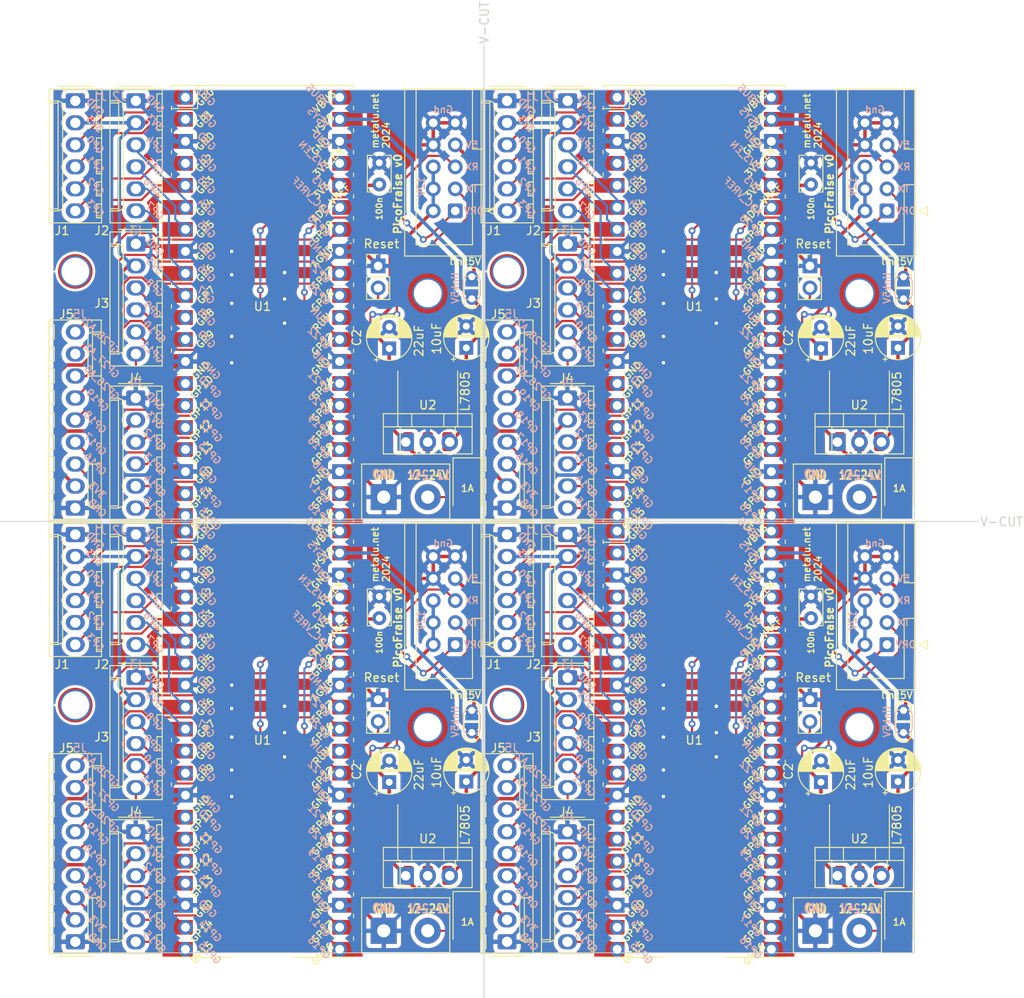
<source format=kicad_pcb>
(kicad_pcb (version 20221018) (generator pcbnew)
  (layers (0 "F.Cu" signal) (31 "B.Cu" signal) (34 "B.Paste" user) (35 "F.Paste" user) (36 "B.SilkS" user "B.Silkscreen") (37 "F.SilkS" user "F.Silkscreen") (38 "B.Mask" user) (39 "F.Mask" user) (44 "Edge.Cuts" user))
  (net 0 "")
  (net 1 "+12V")
  (net 2 "+5V")
  (net 3 "Net-(D1-A)")
  (net 4 "/DRV")
  (net 8 "/TX")
  (net 9 "/RX")
  (net 10 "Net-(J7-Pin_2)")
  (net 11 "Net-(FR1-Pin_7)")
  (net 12 "Net-(J1-Pin_3)")
  (net 13 "Net-(J1-Pin_4)")
  (net 14 "Net-(J1-Pin_5)")
  (net 15 "Net-(J1-Pin_6)")
  (net 16 "Net-(J2-Pin_3)")
  (net 17 "Net-(J2-Pin_4)")
  (net 18 "Net-(J2-Pin_5)")
  (net 19 "Net-(J2-Pin_6)")
  (net 20 "Net-(J3-Pin_3)")
  (net 21 "Net-(J3-Pin_4)")
  (net 22 "Net-(J3-Pin_5)")
  (net 23 "Net-(J3-Pin_6)")
  (net 24 "Net-(J5-Pin_7)")
  (net 25 "Net-(J5-Pin_8)")
  (net 26 "Net-(J5-Pin_9)")
  (net 27 "+3.3V")
  (net 28 "GND")
  (net 29 "Net-(J4-Pin_3)")
  (net 30 "Net-(J4-Pin_4)")
  (net 31 "Net-(J4-Pin_5)")
  (net 32 "Net-(J4-Pin_6)")
  (net 33 "Net-(J5-Pin_6)")
  (net 34 "Net-(J5-Pin_5)")
  (net 35 "Net-(J5-Pin_4)")
  (net 36 "Net-(J5-Pin_3)")
  (footprint "TestPoint:TestPoint_2Pads_Pitch2.54mm_Drill0.8mm" (layer "F.Cu") (at 162.56 137.648 90)
    (fp_text reference "JP2" hide)
    (fp_text value "link5V")
  )
  (footprint "MCU_RaspberryPi_and_Boards:RPi_Pico_SMD_TH" (layer "F.Cu") (at 188.214 138.533)
    (fp_text reference "U1")
    (fp_text value "Pico")
  )
  (footprint "Connector_Molex:Molex_KK-254_AE-6410-06A_1x06_P2.54mm_Vertical" (layer "F.Cu") (at 116.84 64.77 -90)
    (fp_text reference "J1")
    (fp_text value "Conn_01x06")
  )
  (footprint "Connector_Molex:Molex_KK-254_AE-6410-06A_1x06_P2.54mm_Vertical" (layer "F.Cu") (at 123.825 81.28 -90)
    (fp_text reference "J3")
    (fp_text value "Conn_01x06")
  )
  (footprint "Connector_PinHeader_2.54mm:PinHeader_1x02_P2.54mm_Vertical" (layer "F.Cu") (at 201.549 133.858)
    (fp_text reference "J7" hide)
    (fp_text value "Reset")
  )
  (footprint "TerminalBlock:TerminalBlock_bornier-2_P5.08mm" (layer "F.Cu") (at 152.4 160.528)
    (fp_text reference "J8" hide)
    (fp_text value "12-24V input" hide)
  )
  (footprint "MountingHole:MountingHole_3.2mm_M3_Pad_TopOnly" (layer "F.Cu") (at 166.624 84.455)
    (fp_text reference "H1" hide)
    (fp_text value "MountingHole" hide)
  )
  (footprint "Connector_Molex:Molex_KK-254_AE-6410-06A_1x06_P2.54mm_Vertical" (layer "F.Cu") (at 123.805 99.06 -90)
    (fp_text reference "J4")
    (fp_text value "Conn_01x06")
  )
  (footprint "TestPoint:TestPoint_2Pads_Pitch2.54mm_Drill0.8mm" (layer "F.Cu") (at 212.344 87.61 90)
    (fp_text reference "JP2" hide)
    (fp_text value "link5V")
  )
  (footprint "Capacitor_THT:CP_Radial_D5.0mm_P2.50mm" (layer "F.Cu") (at 211.709 93.271369 90)
    (fp_text reference "C3" hide)
    (fp_text value "10uF")
  )
  (footprint "Capacitor_THT:CP_Radial_D5.0mm_P2.50mm" (layer "F.Cu") (at 202.819 93.345 90)
    (fp_text reference "C2")
    (fp_text value "22uF")
  )
  (footprint "MountingHole:MountingHole_3.2mm_M3_Pad_TopOnly" (layer "F.Cu") (at 207.264 86.995)
    (fp_text reference "H2" hide)
    (fp_text value "MountingHole" hide)
  )
  (footprint "TerminalBlock:TerminalBlock_bornier-2_P5.08mm" (layer "F.Cu") (at 152.4 110.49)
    (fp_text reference "J8" hide)
    (fp_text value "12-24V input" hide)
  )
  (footprint "Connector_Molex:Molex_KK-254_AE-6410-06A_1x06_P2.54mm_Vertical" (layer "F.Cu") (at 123.825 64.77 -90)
    (fp_text reference "J2")
    (fp_text value "Conn_01x06")
  )
  (footprint "Package_TO_SOT_THT:TO-220-3_Vertical" (layer "F.Cu") (at 154.94 154.178)
    (fp_text reference "U2")
    (fp_text value "L7805" hide)
  )
  (footprint "Package_TO_SOT_SMD:TO-252-3_TabPin2" (layer "F.Cu") (at 157.48 149.088 90)
    (fp_text reference "Ubis2" hide)
    (fp_text value "L7805")
  )
  (footprint "Connector_IDC:IDC-Header_2x05_P2.54mm_Vertical" (layer "F.Cu") (at 160.655 127.508 180)
    (fp_text reference "FR1" hide)
    (fp_text value "Fraise_5x2" hide)
  )
  (footprint "Package_TO_SOT_SMD:TO-252-3_TabPin2" (layer "F.Cu") (at 157.48 99.05 90)
    (fp_text reference "Ubis2" hide)
    (fp_text value "L7805")
  )
  (footprint "Package_TO_SOT_THT:TO-220-3_Vertical" (layer "F.Cu") (at 204.724 154.178)
    (fp_text reference "U2")
    (fp_text value "L7805" hide)
  )
  (footprint "Capacitor_THT:CP_Radial_D5.0mm_P2.50mm" (layer "F.Cu") (at 202.819 143.383 90)
    (fp_text reference "C2")
    (fp_text value "22uF")
  )
  (footprint "MountingHole:MountingHole_3.2mm_M3_Pad_TopOnly" (layer "F.Cu") (at 207.264 137.033)
    (fp_text reference "H2" hide)
    (fp_text value "MountingHole" hide)
  )
  (footprint "Connector_Molex:Molex_KK-254_AE-6410-09A_1x09_P2.54mm_Vertical" (layer "F.Cu") (at 116.84 111.76 90)
    (fp_text reference "J5")
    (fp_text value "Conn_01x09")
  )
  (footprint "Connector_IDC:IDC-Header_2x05_P2.54mm_Vertical" (layer "F.Cu") (at 210.439 127.508 180)
    (fp_text reference "FR1" hide)
    (fp_text value "Fraise_5x2" hide)
  )
  (footprint "MountingHole:MountingHole_3.2mm_M3_Pad_TopOnly" (layer "F.Cu") (at 116.84 84.455)
    (fp_text reference "H1" hide)
    (fp_text value "MountingHole" hide)
  )
  (footprint "Connector_Molex:Molex_KK-254_AE-6410-09A_1x09_P2.54mm_Vertical" (layer "F.Cu") (at 116.84 161.798 90)
    (fp_text reference "J5")
    (fp_text value "Conn_01x09")
  )
  (footprint "Connector_IDC:IDC-Header_2x05_P2.54mm_Vertical" (layer "F.Cu") (at 210.439 77.47 180)
    (fp_text reference "FR1" hide)
    (fp_text value "Fraise_5x2" hide)
  )
  (footprint "MountingHole:MountingHole_3.2mm_M3_Pad_TopOnly" (layer "F.Cu") (at 157.48 137.033)
    (fp_text reference "H2" hide)
    (fp_text value "MountingHole" hide)
  )
  (footprint "Connector_Molex:Molex_KK-254_AE-6410-09A_1x09_P2.54mm_Vertical" (layer "F.Cu") (at 166.624 161.798 90)
    (fp_text reference "J5")
    (fp_text value "Conn_01x09")
  )
  (footprint "Package_TO_SOT_THT:TO-220-3_Vertical" (layer "F.Cu") (at 204.724 104.14)
    (fp_text reference "U2")
    (fp_text value "L7805" hide)
  )
  (footprint "Connector_Molex:Molex_KK-254_AE-6410-06A_1x06_P2.54mm_Vertical" (layer "F.Cu") (at 173.609 114.808 -90)
    (fp_text reference "J2")
    (fp_text value "Conn_01x06")
  )
  (footprint "Capacitor_THT:C_Rect_L4.0mm_W2.5mm_P2.50mm" (layer "F.Cu") (at 201.676 124.46 90)
    (fp_text reference "C1" hide)
    (fp_text value "100n")
  )
  (footprint "MountingHole:MountingHole_3.2mm_M3_Pad_TopOnly" (layer "F.Cu") (at 116.84 134.493)
    (fp_text reference "H1" hide)
    (fp_text value "MountingHole" hide)
  )
  (footprint "MountingHole:MountingHole_3.2mm_M3_Pad_TopOnly" (layer "F.Cu") (at 166.624 134.493)
    (fp_text reference "H1" hide)
    (fp_text value "MountingHole" hide)
  )
  (footprint "Connector_Molex:Molex_KK-254_AE-6410-06A_1x06_P2.54mm_Vertical" (layer "F.Cu") (at 123.825 131.318 -90)
    (fp_text reference "J3")
    (fp_text value "Conn_01x06")
  )
  (footprint "Connector_Molex:Molex_KK-254_AE-6410-06A_1x06_P2.54mm_Vertical" (layer "F.Cu") (at 123.825 114.808 -90)
    (fp_text reference "J2")
    (fp_text value "Conn_01x06")
  )
  (footprint "Capacitor_THT:C_Rect_L4.0mm_W2.5mm_P2.50mm" (layer "F.Cu") (at 201.676 74.422 90)
    (fp_text reference "C1" hide)
    (fp_text value "100n")
  )
  (footprint "TerminalBlock:TerminalBlock_bornier-2_P5.08mm" (layer "F.Cu") (at 202.184 110.49)
    (fp_text reference "J8" hide)
    (fp_text value "12-24V input" hide)
  )
  (footprint "Capacitor_THT:CP_Radial_D5.0mm_P2.50mm" (layer "F.Cu") (at 161.925 143.309369 90)
    (fp_text reference "C3" hide)
    (fp_text value "10uF")
  )
  (footprint "Capacitor_THT:C_Rect_L4.0mm_W2.5mm_P2.50mm" (layer "F.Cu") (at 151.892 74.422 90)
    (fp_text reference "C1" hide)
    (fp_text value "100n")
  )
  (footprint "Capacitor_THT:CP_Radial_D5.0mm_P2.50mm" (layer "F.Cu") (at 153.035 93.345 90)
    (fp_text reference "C2")
    (fp_text value "22uF")
  )
  (footprint "MCU_RaspberryPi_and_Boards:RPi_Pico_SMD_TH" (layer "F.Cu") (at 138.43 138.533)
    (fp_text reference "U1")
    (fp_text value "Pico")
  )
  (footprint "TerminalBlock:TerminalBlock_bornier-2_P5.08mm" (layer "F.Cu") (at 202.184 160.528)
    (fp_text reference "J8" hide)
    (fp_text value "12-24V input" hide)
  )
  (footprint "Connector_Molex:Molex_KK-254_AE-6410-09A_1x09_P2.54mm_Vertical" (layer "F.Cu") (at 166.624 111.76 90)
    (fp_text reference "J5")
    (fp_text value "Conn_01x09")
  )
  (footprint "Package_TO_SOT_SMD:TO-252-3_TabPin2" (layer "F.Cu") (at 207.264 99.05 90)
    (fp_text reference "Ubis2" hide)
    (fp_text value "L7805")
  )
  (footprint "Connector_Molex:Molex_KK-254_AE-6410-06A_1x06_P2.54mm_Vertical" (layer "F.Cu") (at 123.805 149.098 -90)
    (fp_text reference "J4")
    (fp_text value "Conn_01x06")
  )
  (footprint "Connector_PinHeader_2.54mm:PinHeader_1x02_P2.54mm_Vertical" (layer "F.Cu") (at 151.765 83.82)
    (fp_text reference "J7" hide)
    (fp_text value "Reset")
  )
  (footprint "Capacitor_THT:C_Rect_L4.0mm_W2.5mm_P2.50mm" (layer "F.Cu") (at 151.892 124.46 90)
    (fp_text reference "C1" hide)
    (fp_text value "100n")
  )
  (footprint "Capacitor_THT:CP_Radial_D5.0mm_P2.50mm" (layer "F.Cu") (at 153.035 143.383 90)
    (fp_text reference "C2")
    (fp_text value "22uF")
  )
  (footprint "Diode_SMD:D_SMA" (layer "F.Cu") (at 211.836 109.474 -90)
    (fp_text reference "D1" hide)
    (fp_text value "1A")
  )
  (footprint "TestPoint:TestPoint_2Pads_Pitch2.54mm_Drill0.8mm" (layer "F.Cu") (at 162.56 87.61 90)
    (fp_text reference "JP2" hide)
    (fp_text value "link5V")
  )
  (footprint "Connector_Molex:Molex_KK-254_AE-6410-06A_1x06_P2.54mm_Vertical" (layer "F.Cu") (at 166.624 64.77 -90)
    (fp_text reference "J1")
    (fp_text value "Conn_01x06")
  )
  (footprint "MCU_RaspberryPi_and_Boards:RPi_Pico_SMD_TH" (layer "F.Cu") (at 138.43 88.495)
    (fp_text reference "U1")
    (fp_text value "Pico")
  )
  (footprint "MCU_RaspberryPi_and_Boards:RPi_Pico_SMD_TH" (layer "F.Cu") (at 188.214 88.495)
    (fp_text reference "U1")
    (fp_text value "Pico")
  )
  (footprint "Package_TO_SOT_SMD:TO-252-3_TabPin2" (layer "F.Cu") (at 207.264 149.088 90)
    (fp_text reference "Ubis2" hide)
    (fp_text value "L7805")
  )
  (footprint "Diode_SMD:D_SMA" (layer "F.Cu") (at 162.052 109.474 -90)
    (fp_text reference "D1" hide)
    (fp_text value "1A")
  )
  (footprint "MountingHole:MountingHole_3.2mm_M3_Pad_TopOnly" (layer "F.Cu") (at 157.48 86.995)
    (fp_text reference "H2" hide)
    (fp_text value "MountingHole" hide)
  )
  (footprint "Connector_Molex:Molex_KK-254_AE-6410-06A_1x06_P2.54mm_Vertical" (layer "F.Cu") (at 166.624 114.808 -90)
    (fp_text reference "J1")
    (fp_text value "Conn_01x06")
  )
  (footprint "Diode_SMD:D_SMA" (layer "F.Cu") (at 162.052 159.512 -90)
    (fp_text reference "D1" hide)
    (fp_text value "1A")
  )
  (footprint "Diode_SMD:D_SMA" (layer "F.Cu") (at 211.836 159.512 -90)
    (fp_text reference "D1" hide)
    (fp_text value "1A")
  )
  (footprint "Connector_Molex:Molex_KK-254_AE-6410-06A_1x06_P2.54mm_Vertical" (layer "F.Cu") (at 116.84 114.808 -90)
    (fp_text reference "J1")
    (fp_text value "Conn_01x06")
  )
  (footprint "Connector_PinHeader_2.54mm:PinHeader_1x02_P2.54mm_Vertical" (layer "F.Cu") (at 201.549 83.82)
    (fp_text reference "J7" hide)
    (fp_text value "Reset")
  )
  (footprint "Connector_Molex:Molex_KK-254_AE-6410-06A_1x06_P2.54mm_Vertical" (layer "F.Cu") (at 173.609 131.318 -90)
    (fp_text reference "J3")
    (fp_text value "Conn_01x06")
  )
  (footprint "Connector_Molex:Molex_KK-254_AE-6410-06A_1x06_P2.54mm_Vertical" (layer "F.Cu") (at 173.609 81.28 -90)
    (fp_text reference "J3")
    (fp_text value "Conn_01x06")
  )
  (footprint "Capacitor_THT:CP_Radial_D5.0mm_P2.50mm" (layer "F.Cu") (at 161.925 93.271369 90)
    (fp_text reference "C3" hide)
    (fp_text value "10uF")
  )
  (footprint "Package_TO_SOT_THT:TO-220-3_Vertical" (layer "F.Cu") (at 154.94 104.14)
    (fp_text reference "U2")
    (fp_text value "L7805" hide)
  )
  (footprint "TestPoint:TestPoint_2Pads_Pitch2.54mm_Drill0.8mm" (layer "F.Cu") (at 212.344 137.648 90)
    (fp_text reference "JP2" hide)
    (fp_text value "link5V")
  )
  (footprint "Connector_Molex:Molex_KK-254_AE-6410-06A_1x06_P2.54mm_Vertical" (layer "F.Cu") (at 173.589 149.098 -90)
    (fp_text reference "J4")
    (fp_text value "Conn_01x06")
  )
  (footprint "Connector_PinHeader_2.54mm:PinHeader_1x02_P2.54mm_Vertical" (layer "F.Cu") (at 151.765 133.858)
    (fp_text reference "J7" hide)
    (fp_text value "Reset")
  )
  (footprint "Connector_Molex:Molex_KK-254_AE-6410-06A_1x06_P2.54mm_Vertical" (layer "F.Cu") (at 173.589 99.06 -90)
    (fp_text reference "J4")
    (fp_text value "Conn_01x06")
  )
  (footprint "Connector_Molex:Molex_KK-254_AE-6410-06A_1x06_P2.54mm_Vertical" (layer "F.Cu") (at 173.609 64.77 -90)
    (fp_text reference "J2")
    (fp_text value "Conn_01x06")
  )
  (footprint "Capacitor_THT:CP_Radial_D5.0mm_P2.50mm" (layer "F.Cu") (at 211.709 143.309369 90)
    (fp_text reference "C3" hide)
    (fp_text value "10uF")
  )
  (footprint "Connector_IDC:IDC-Header_2x05_P2.54mm_Vertical" (layer "F.Cu") (at 160.655 77.47 180)
    (fp_text reference "FR1" hide)
    (fp_text value "Fraise_5x2" hide)
  )
  (footprint "Jumper:SolderJumper-2_P1.3mm_Open_RoundedPad1.0x1.5mm" (layer "B.Cu") (at 162.56 86.36 90)
    (fp_text reference "JP1" hide)
    (fp_text value "link5V")
  )
  (footprint "Jumper:SolderJumper-2_P1.3mm_Open_RoundedPad1.0x1.5mm" (layer "B.Cu") (at 162.56 136.398 90)
    (fp_text reference "JP1" hide)
    (fp_text value "link5V")
  )
  (footprint "Jumper:SolderJumper-2_P1.3mm_Open_RoundedPad1.0x1.5mm" (layer "B.Cu") (at 212.344 136.398 90)
    (fp_text reference "JP1" hide)
    (fp_text value "link5V")
  )
  (footprint "Jumper:SolderJumper-2_P1.3mm_Open_RoundedPad1.0x1.5mm" (layer "B.Cu") (at 212.344 86.36 90)
    (fp_text reference "JP1" hide)
    (fp_text value "link5V")
  )
  (gr_line (start 213.614 113.538) (end 213.614 163.068) (stroke (width 0.1)) (layer "Edge.Cuts"))
  (gr_line (start 164.084 113.03) (end 164.084 63.5) (stroke (width 0.1)) (layer "Edge.Cuts"))
  (gr_line (start 164.084 163.068) (end 164.084 113.538) (stroke (width 0.1)) (layer "Edge.Cuts"))
  (gr_line (start 163.83 113.03) (end 114.3 113.03) (stroke (width 0.1)) (layer "Edge.Cuts"))
  (gr_line (start 163.83 163.068) (end 114.3 163.068) (stroke (width 0.1)) (layer "Edge.Cuts"))
  (gr_line (start 163.83 113.538) (end 163.83 163.068) (stroke (width 0.1)) (layer "Edge.Cuts"))
  (gr_line (start 110.998 113.284) (end 220.98 113.284) (stroke (width 0.1)) (layer "Edge.Cuts"))
  (gr_line (start 114.3 63.5) (end 163.83 63.5) (stroke (width 0.1)) (layer "Edge.Cuts"))
  (gr_line (start 163.957 58.293) (end 163.957 168.275) (stroke (width 0.1)) (layer "Edge.Cuts"))
  (gr_line (start 163.83 63.5) (end 163.83 113.03) (stroke (width 0.1)) (layer "Edge.Cuts"))
  (gr_line (start 110.998 113.284) (end 108.204 113.284) (stroke (width 0.1)) (layer "Edge.Cuts"))
  (gr_line (start 213.614 63.5) (end 213.614 113.03) (stroke (width 0.1)) (layer "Edge.Cuts"))
  (gr_line (start 213.614 163.068) (end 164.084 163.068) (stroke (width 0.1)) (layer "Edge.Cuts"))
  (gr_line (start 114.3 113.538) (end 163.83 113.538) (stroke (width 0.1)) (layer "Edge.Cuts"))
  (gr_line (start 164.084 113.538) (end 213.614 113.538) (stroke (width 0.1)) (layer "Edge.Cuts"))
  (gr_line (start 114.3 163.068) (end 114.3 113.538) (stroke (width 0.1)) (layer "Edge.Cuts"))
  (gr_line (start 213.614 113.03) (end 164.084 113.03) (stroke (width 0.1)) (layer "Edge.Cuts"))
  (gr_line (start 114.3 113.03) (end 114.3 63.5) (stroke (width 0.1)) (layer "Edge.Cuts"))
  (gr_line (start 164.084 63.5) (end 213.614 63.5) (stroke (width 0.1)) (layer "Edge.Cuts"))
  (gr_text "3V3" (at 175.768 101.6 -45) (layer "B.SilkS") (effects (font (size 0.8 0.8)) (justify mirror)))
  (gr_text "GP16" (at 119.126 156.718 -45) (layer "B.SilkS") (effects (font (size 0.8 0.8)) (justify mirror)))
  (gr_text "J1" (at 169.418 114.3) (layer "B.SilkS") (effects (font (size 1 1)) (justify mirror)))
  (gr_text "3V3" (at 175.768 67.31 -45) (layer "B.SilkS") (effects (font (size 0.8 0.8)) (justify mirror)))
  (gr_text "GP18" (at 119.126 151.892 -45) (layer "B.SilkS") (effects (font (size 0.8 0.8)) (justify mirror)))
  (gr_text "GND" (at 175.8346 131.6812 -45) (layer "B.SilkS") (effects (font (size 0.8 0.8)) (justify mirror)))
  (gr_text "GP8" (at 175.768 86.36 -45) (layer "B.SilkS") (effects (font (size 0.8 0.8)) (justify mirror)))
  (gr_text "12V" (at 156.718 124.714 90) (layer "B.SilkS") (effects (font (size 0.8 0.8)) (justify mirror)))
  (gr_text "GP12" (at 125.984 153.924 -45) (layer "B.SilkS") (effects (font (size 0.8 0.8)) (justify mirror)))
  (gr_text "12V" (at 206.502 124.714 90) (layer "B.SilkS") (effects (font (size 0.8 0.8)) (justify mirror)))
  (gr_text "GND" (at 119.126 65.532 -45) (layer "B.SilkS") (effects (font (size 0.8 0.8)) (justify mirror)))
  (gr_text "GP19" (at 119.38 149.352 -45) (layer "B.SilkS") (effects (font (size 0.8 0.8)) (justify mirror)))
  (gr_text "GP1" (at 119.126 72.136 -45) (layer "B.SilkS") (effects (font (size 0.8 0.8)) (justify mirror)))
  (gr_text "12-24V" (at 157.734 157.988) (layer "B.SilkS") (effects (font (size 1 0.8) (thickness 0.2) bold) (justify mirror)))
  (gr_text "GP9" (at 125.73 138.938 -45) (layer "B.SilkS") (effects (font (size 0.8 0.8)) (justify mirror)))
  (gr_text "GP14" (at 125.984 109.22 -45) (layer "B.SilkS") (effects (font (size 0.8 0.8)) (justify mirror)))
  (gr_text "GP3" (at 168.91 77.216 -45) (layer "B.SilkS") (effects (font (size 0.8 0.8)) (justify mirror)))
  (gr_text "RX" (at 212.344 122.428) (layer "B.SilkS") (effects (font (size 0.8 0.8)) (justify mirror)))
  (gr_text "GP8" (at 125.984 136.398 -45) (layer "B.SilkS") (effects (font (size 0.8 0.8)) (justify mirror)))
  (gr_text "GP18" (at 168.91 101.854 -45) (layer "B.SilkS") (effects (font (size 0.8 0.8)) (justify mirror)))
  (gr_text "GP0" (at 119.126 69.85 -45) (layer "B.SilkS") (effects (font (size 0.8 0.8)) (justify mirror)))
  (gr_text "GND" (at 169.164 161.798 -45) (layer "B.SilkS") (effects (font (size 0.8 0.8)) (justify mirror)))
  (gr_text "GND" (at 175.8346 65.1332 -45) (layer "B.SilkS") (effects (font (size 0.8 0.8)) (justify mirror)))
  (gr_text "GND" (at 168.91 115.57 -45) (layer "B.SilkS") (effects (font (size 0.8 0.8)) (justify mirror)))
  (gr_text "GP4" (at 175.768 69.85 -45) (layer "B.SilkS") (effects (font (size 0.8 0.8)) (justify mirror)))
  (gr_text "GP8" (at 175.768 136.398 -45) (layer "B.SilkS") (effects (font (size 0.8 0.8)) (justify mirror)))
  (gr_text "Gnd" (at 209.042 115.824) (layer "B.SilkS") (effects (font (size 0.8 0.8)) (justify mirror)))
  (gr_text "GP10" (at 125.984 91.44 -45) (layer "B.SilkS") (effects (font (size 0.8 0.8)) (justify mirror)))
  (gr_text "GP4" (at 175.768 119.888 -45) (layer "B.SilkS") (effects (font (size 0.8 0.8)) (justify mirror)))
  (gr_text "DRV" (at 162.814 127.508) (layer "B.SilkS") (effects (font (size 0.8 0.8)) (justify mirror)))
  (gr_text "3V3" (at 175.768 83.82 -45) (layer "B.SilkS") (effects (font (size 0.8 0.8)) (justify mirror)))
  (gr_text "GP16" (at 168.91 156.718 -45) (layer "B.SilkS") (effects (font (size 0.8 0.8)) (justify mirror)))
  (gr_text "3V3" (at 168.8434 117.4928 -45) (layer "B.SilkS") (effects (font (size 0.8 0.8)) (justify mirror)))
  (gr_text "GP2" (at 168.91 124.714 -45) (layer "B.SilkS") (effects (font (size 0.8 0.8)) (justify mirror)))
  (gr_text "GP19" (at 169.164 149.352 -45) (layer "B.SilkS") (effects (font (size 0.8 0.8)) (justify mirror)))
  (gr_text "5V" (at 162.56 119.888) (layer "B.SilkS") (effects (font (size 0.8 0.8)) (justify mirror)))
  (gr_text "GP28_A2" (at 169.672 91.948 315) (layer "B.SilkS") (effects (font (size 0.8 0.8)) (justify mirror)))
  (gr_text "5V" (at 162.56 69.85) (layer "B.SilkS") (effects (font (size 0.8 0.8)) (justify mirror)))
  (gr_text "GP6" (at 175.514 74.676 -45) (layer "B.SilkS") (effects (font (size 0.8 0.8)) (justify mirror)))
  (gr_text "GND" (at 175.8346 149.4612 -45) (layer "B.SilkS") (effects (font (size 0.8 0.8)) (justify mirror)))
  (gr_text "12-24V" (at 207.518 157.988) (layer "B.SilkS") (effects (font (size 1 0.8) (thickness 0.2) bold) (justify mirror)))
  (gr_text "GP26_A0" (at 169.672 97.282 315) (layer "B.SilkS") (effects (font (size 0.8 0.8)) (justify mirror)))
  (gr_text "GP7" (at 175.768 127.508 -45) (layer "B.SilkS") (effects (font (size 0.8 0.8)) (justify mirror)))
  (gr_text "J3" (at 123.952 129.794) (layer "B.SilkS") (effects (font (size 1 1)) (justify mirror)))
  (gr_text "GND" (at 203.454 158.496) (layer "B.SilkS") (effects (font (size 1 0.8) (thickness 0.2) bold) (justify left bottom mirror)))
  (gr_text "GND" (at 175.8346 115.1712 -45) (layer "B.SilkS") (effects (font (size 0.8 0.8)) (justify mirror)))
  (gr_text "GND" (at 153.67 158.496) (layer "B.SilkS") (effects (font (size 1 0.8) (thickness 0.2) bold) (justify left bottom mirror)))
  (gr_text "GP5" (at 175.768 122.428 -45) (layer "B.SilkS") (effects (font (size 0.8 0.8)) (justify mirror)))
  (gr_text "GP17" (at 119.126 104.394 -45) (layer "B.SilkS") (effects (font (size 0.8 0.8)) (justify mirror)))
  (gr_text "5V" (at 212.344 69.85) (layer "B.SilkS") (effects (font (size 0.8 0.8)) (justify mirror)))
  (gr_text "J3" (at 123.952 79.756) (layer "B.SilkS") (effects (font (size 1 1)) (justify mirror)))
  (gr_text "GP10" (at 175.768 91.44 -45) (layer "B.SilkS") (effects (font (size 0.8 0.8)) (justify mirror)))
  (gr_text "GND" (at 169.164 111.76 -45) (layer "B.SilkS") (effects (font (size 0.8 0.8)) (justify mirror)))
  (gr_text "GP19" (at 169.164 99.314 -45) (layer "B.SilkS") (effects (font (size 0.8 0.8)) (justify mirror)))
  (gr_text "GP5" (at 125.984 72.39 -45) (layer "B.SilkS") (effects (font (size 0.8 0.8)) (justify mirror)))
  (gr_text "3V3" (at 125.984 101.6 -45) (layer "B.SilkS") (effects (font (size 0.8 0.8)) (justify mirror)))
  (gr_text "3V3" (at 169.164 109.728 -45) (layer "B.SilkS") (effects (font (size 0.8 0.8)) (justify mirror)))
  (gr_text "J5" (at 167.132 89.408) (layer "B.SilkS") (effects (font (size 1 1)) (justify mirror)))
  (gr_text "GP17" (at 168.91 154.432 -45) (layer "B.SilkS") (effects (font (size 0.8 0.8)) (justify mirror)))
  (gr_text "GP3" (at 119.126 77.216 -45) (layer "B.SilkS") (effects (font (size 0.8 0.8)) (justify mirror)))
  (gr_text "GP18" (at 119.126 101.854 -45) (layer "B.SilkS") (effects (font (size 0.8 0.8)) (justify mirror)))
  (gr_text "GP11" (at 175.514 143.764 -45) (layer "B.SilkS") (effects (font (size 0.8 0.8)) (justify mirror)))
  (gr_text "GP18" (at 168.91 151.892 -45) (layer "B.SilkS") (effects (font (size 0.8 0.8)) (justify mirror)))
  (gr_text "J2" (at 121.92 64.262) (layer "B.SilkS") (effects (font (size 1 1)) (justify mirror)))
  (gr_text "GP8" (at 125.984 86.36 -45) (layer "B.SilkS") (effects (font (size 0.8 0.8)) (justify mirror)))
  (gr_text "GP12" (at 175.768 153.924 -45) (layer "B.SilkS") (effects (font (size 0.8 0.8)) (justify mirror)))
  (gr_text "GP1" (at 168.91 122.174 -45) (layer "B.SilkS") (effects (font (size 0.8 0.8)) (justify mirror)))
  (gr_text "GP7" (at 125.984 77.47 -45) (layer "B.SilkS") (effects (font (size 0.8 0.8)) (justify mirror)))
  (gr_text "GP27_A1" (at 119.888 144.78 315) (layer "B.SilkS") (effects (font (size 0.8 0.8)) (justify mirror)))
  (gr_text "J5" (at 117.348 89.408) (layer "B.SilkS") (effects (font (size 1 1)) (justify mirror)))
  (gr_text "GP12" (at 125.984 103.886 -45) (layer "B.SilkS") (effects (font (size 0.8 0.8)) (justify mirror)))
  (gr_text "GP11" (at 125.73 143.764 -45) (layer "B.SilkS") (effects (font (size 0.8 0.8)) (justify mirror)))
  (gr_text "Gnd" (at 159.258 65.786) (layer "B.SilkS") (effects (font (size 0.8 0.8)) (justify mirror)))
  (gr_text "GP6" (at 175.514 124.714 -45) (layer "B.SilkS") (effects (font (size 0.8 0.8)) (justify mirror)))
  (gr_text "TX" (at 162.56 74.93) (layer "B.SilkS") (effects (font (size 0.8 0.8)) (justify mirror)))
  (gr_text "GP14" (at 125.984 159.258 -45) (layer "B.SilkS") (effects (font (size 0.8 0.8)) (justify mirror)))
  (gr_text "5V" (at 212.344 119.888) (layer "B.SilkS") (effects (font (size 0.8 0.8)) (justify mirror)))
  (gr_text "3V3" (at 125.984 133.858 -45) (layer "B.SilkS") (effects (font (size 0.8 0.8)) (justify mirror)))
  (gr_text "12V" (at 156.718 74.676 90) (layer "B.SilkS") (effects (font (size 0.8 0.8)) (justify mirror)))
  (gr_text "J3" (at 173.736 79.756) (layer "B.SilkS") (effects (font (size 1 1)) (justify mirror)))
  (gr_text "RX" (at 162.56 72.39) (layer "B.SilkS") (effects (font (size 0.8 0.8)) (justify mirror)))
  (gr_text "GP2" (at 168.91 74.676 -45) (layer "B.SilkS") (effects (font (size 0.8 0.8)) (justify mirror)))
  (gr_text "GP16" (at 119.126 106.68 -45) (layer "B.SilkS") (effects (font (size 0.8 0.8)) (justify mirror)))
  (gr_text "Gnd" (at 159.258 115.824) (layer "B.SilkS") (effects (font (size 0.8 0.8)) (justify mirror)))
  (gr_text "3V3" (at 125.984 151.638 -45) (layer "B.SilkS") (effects (font (size 0.8 0.8)) (justify mirror)))
  (gr_text "GP2" (at 119.126 74.676 -45) (layer "B.SilkS") (effects (font (size 0.8 0.8)) (justify mirror)))
  (gr_text "GP9" (at 175.514 138.938 -45) (layer "B.SilkS") (effects (font (size 0.8 0.8)) (justify mirror)))
  (gr_text "GP10" (at 175.768 141.478 -45) (layer "B.SilkS") (effects (font (size 0.8 0.8)) (justify mirror)))
  (gr_text "GP15" (at 125.984 111.76 -45) (layer "B.SilkS") (effects (font (size 0.8 0.8)) (justify mirror)))
  (gr_text "12-24V" (at 207.518 107.95) (layer "B.SilkS") (effects (font (size 1 0.8) (thickness 0.2) bold) (justify mirror)))
  (gr_text "GND" (at 203.454 108.458) (layer "B.SilkS") (effects (font (size 1 0.8) (thickness 0.2) bold) (justify left bottom mirror)))
  (gr_text "J2" (at 171.704 114.3) (layer "B.SilkS") (effects (font (size 1 1)) (justify mirror)))
  (gr_text "J4" (at 123.952 147.32) (layer "B.SilkS") (effects (font (size 1 1)) (justify mirror)))
  (gr_text "J1" (at 119.634 64.262) (layer "B.SilkS") (effects (font (size 1 1)) (justify mirror)))
  (gr_text "TX" (at 212.344 124.968) (layer "B.SilkS") (effects (font (size 0.8 0.8)) (justify mirror)))
  (gr_text "J4" (at 123.952 97.282) (layer "B.SilkS") (effects (font (size 1 1)) (justify mirror)))
  (gr_text "GP7" (at 175.768 77.47 -45) (layer "B.SilkS") (effects (font (size 0.8 0.8)) (justify mirror)))
  (gr_text "GND" (at 168.91 65.532 -45) (layer "B.SilkS") (effects (font (size 0.8 0.8)) (justify mirror)))
  (gr_text "GP28_A2" (at 169.672 141.986 315) (layer "B.SilkS") (effects (font (size 0.8 0.8)) (justify mirror)))
  (gr_text "GP27_A1" (at 119.888 94.742 315) (layer "B.SilkS") (effects (font (size 0.8 0.8)) (justify mirror)))
  (gr_text "GP4" (at 125.984 119.888 -45) (layer "B.SilkS") (effects (font (size 0.8 0.8)) (justify mirror)))
  (gr_text "GP17" (at 119.126 154.432 -45) (layer "B.SilkS") (effects (font (size 0.8 0.8)) (justify mirror)))
  (gr_text "GP3" (at 119.126 127.254 -45) (layer "B.SilkS") (effects (font (size 0.8 0.8)) (justify mirror)))
  (gr_text "GP15" (at 175.768 161.798 -45) (layer "B.SilkS") (effects (font (size 0.8 0.8)) (justify mirror)))
  (gr_text "J1" (at 169.418 64.262) (layer "B.SilkS") (effects (font (size 1 1)) (justify mirror)))
  (gr_text "GP19" (at 119.38 99.314 -45) (layer "B.SilkS") (effects (font (size 0.8 0.8)) (justify mirror)))
  (gr_text "GP6" (at 125.73 124.714 -45) (layer "B.SilkS") (effects (font (size 0.8 0.8)) (justify mirror)))
  (gr_text "GP5" (at 125.984 122.428 -45) (layer "B.SilkS") (effects (font (size 0.8 0.8)) (justify mirror)))
  (gr_text "GP9" (at 175.514 88.9 -45) (layer "B.SilkS") (effects (font (size 0.8 0.8)) (justify mirror)))
  (gr_text "DRV" (at 162.814 77.47) (layer "B.SilkS") (effects (font (size 0.8 0.8)) (justify mirror)))
  (gr_text "GP5" (at 175.768 72.39 -45) (layer "B.SilkS") (effects (font (size 0.8 0.8)) (justify mirror)))
  (gr_text "3V3" (at 119.38 109.728 -45) (layer "B.SilkS") (effects (font (size 0.8 0.8)) (justify mirror)))
  (gr_text "GP14" (at 175.768 159.258 -45) (layer "B.SilkS") (effects (font (size 0.8 0.8)) (justify mirror)))
  (gr_text "GP26_A0" (at 119.888 147.32 315) (layer "B.SilkS") (effects (font (size 0.8 0.8)) (justify mirror)))
  (gr_text "J5" (at 167.132 139.446) (layer "B.SilkS") (effects (font (size 1 1)) (justify mirror)))
  (gr_text "GP13" (at 125.984 106.68 -45) (layer "B.SilkS") (effects (font (size 0.8 0.8)) (justify mirror)))
  (gr_text "12V" (at 206.502 74.676 90) (layer "B.SilkS") (effects (font (size 0.8 0.8)) (justify mirror)))
  (gr_text "GP11" (at 125.73 93.726 -45) (layer "B.SilkS") (effects (font (size 0.8 0.8)) (justify mirror)))
  (gr_text "GP28_A2" (at 119.888 91.948 315) (layer "B.SilkS") (effects (font (size 0.8 0.8)) (justify mirror)))
  (gr_text "GP10" (at 125.984 141.478 -45) (layer "B.SilkS") (effects (font (size 0.8 0.8)) (justify mirror)))
  (gr_text "GP3" (at 168.91 127.254 -45) (layer "B.SilkS") (effects (font (size 0.8 0.8)) (justify mirror)))
  (gr_text "J2" (at 121.92 114.3) (layer "B.SilkS") (effects (font (size 1 1)) (justify mirror)))
  (gr_text "GND" (at 126.0506 131.6812 -45) (layer "B.SilkS") (effects (font (size 0.8 0.8)) (justify mirror)))
  (gr_text "J2" (at 171.704 64.262) (layer "B.SilkS") (effects (font (size 1 1)) (justify mirror)))
  (gr_text "GP13" (at 175.768 156.718 -45) (layer "B.SilkS") (effects (font (size 0.8 0.8)) (justify mirror)))
  (gr_text "GP27_A1" (at 169.672 144.78 315) (layer "B.SilkS") (effects (font (size 0.8 0.8)) (justify mirror)))
  (gr_text "GND" (at 119.38 161.798 -45) (layer "B.SilkS") (effects (font (size 0.8 0.8)) (justify mirror)))
  (gr_text "GND" (at 175.8346 99.4232 -45) (layer "B.SilkS") (effects (font (size 0.8 0.8)) (justify mirror)))
  (gr_text "3V3" (at 168.8434 67.4548 -45) (layer "B.SilkS") (effects (font (size 0.8 0.8)) (justify mirror)))
  (gr_text "RX" (at 162.56 122.428) (layer "B.SilkS") (effects (font (size 0.8 0.8)) (justify mirror)))
  (gr_text "J4" (at 173.736 147.32) (layer "B.SilkS") (effects (font (size 1 1)) (justify mirror)))
  (gr_text "DRV" (at 212.598 77.47) (layer "B.SilkS") (effects (font (size 0.8 0.8)) (justify mirror)))
  (gr_text "GP9" (at 125.73 88.9 -45) (layer "B.SilkS") (effects (font (size 0.8 0.8)) (justify mirror)))
  (gr_text "GP7" (at 125.984 127.508 -45) (layer "B.SilkS") (effects (font (size 0.8 0.8)) (justify mirror)))
  (gr_text "TX" (at 162.56 124.968) (layer "B.SilkS") (effects (font (size 0.8 0.8)) (justify mirror)))
  (gr_text "GND" (at 126.0506 81.6432 -45) (layer "B.SilkS") (effects (font (size 0.8 0.8)) (justify mirror)))
  (gr_text "GND" (at 153.67 108.458) (layer "B.SilkS") (effects (font (size 1 0.8) (thickness 0.2) bold) (justify left bottom mirror)))
  (gr_text "3V3" (at 119.0594 67.4548 -45) (layer "B.SilkS") (effects (font (size 0.8 0.8)) (justify mirror)))
  (gr_text "GP2" (at 119.126 124.714 -45) (layer "B.SilkS") (effects (font (size 0.8 0.8)) (justify mirror)))
  (gr_text "GND" (at 119.126 115.57 -45) (layer "B.SilkS") (effects (font (size 0.8 0.8)) (justify mirror)))
  (gr_text "Gnd" (at 209.042 65.786) (layer "B.SilkS") (effects (font (size 0.8 0.8)) (justify mirror)))
  (gr_text "3V3" (at 125.984 83.82 -45) (layer "B.SilkS") (effects (font (size 0.8 0.8)) (justify mirror)))
  (gr_text "GP15" (at 125.984 161.798 -45) (layer "B.SilkS") (effects (font (size 0.8 0.8)) (justify mirror)))
  (gr_text "3V3" (at 125.984 117.348 -45) (layer "B.SilkS") (effects (font (size 0.8 0.8)) (justify mirror)))
  (gr_text "GP1" (at 119.126 122.174 -45) (layer "B.SilkS") (effects (font (size 0.8 0.8)) (justify mirror)))
  (gr_text "GND" (at 175.8346 81.6432 -45) (layer "B.SilkS") (effects (font (size 0.8 0.8)) (justify mirror)))
  (gr_text "3V3" (at 169.164 159.766 -45) (layer "B.SilkS") (effects (font (size 0.8 0.8)) (justify mirror)))
  (gr_text "GP13" (at 175.768 106.68 -45) (layer "B.SilkS") (effects (font (size 0.8 0.8)) (justify mirror)))
  (gr_text "GP1" (at 168.91 72.136 -45) (layer "B.SilkS") (effects (font (size 0.8 0.8)) (justify mirror)))
  (gr_text "GP0" (at 168.91 69.85 -45) (layer "B.SilkS") (effects (font (size 0.8 0.8)) (justify mirror)))
  (gr_text "3V3" (at 175.768 133.858 -45) (layer "B.SilkS") (effects (font (size 0.8 0.8)) (justify mirror)))
  (gr_text "GND" (at 126.0506 99.4232 -45) (layer "B.SilkS") (effects (font (size 0.8 0.8)) (justify mirror)))
  (gr_text "GP12" (at 175.768 103.886 -45) (layer "B.SilkS") (effects (font (size 0.8 0.8)) (justify mirror)))
  (gr_text "RX" (at 212.344 72.39) (layer "B.SilkS") (effects (font (size 0.8 0.8)) (justify mirror)))
  (gr_text "GND" (at 126.0506 149.4612 -45) (layer "B.SilkS") (effects (font (size 0.8 0.8)) (justify mirror)))
  (gr_text "3V3" (at 175.768 117.348 -45) (layer "B.SilkS") (effects (font (size 0.8 0.8)) (justify mirror)))
  (gr_text "GP17" (at 168.91 104.394 -45) (layer "B.SilkS") (effects (font (size 0.8 0.8)) (justify mirror)))
  (gr_text "3V3" (at 175.768 151.638 -45) (layer "B.SilkS") (effects (font (size 0.8 0.8)) (justify mirror)))
  (gr_text "GP16" (at 168.91 106.68 -45) (layer "B.SilkS") (effects (font (size 0.8 0.8)) (justify mirror)))
  (gr_text "J3" (at 173.736 129.794) (layer "B.SilkS") (effects (font (size 1 1)) (justify mirror)))
  (gr_text "GP11" (at 175.514 93.726 -45) (layer "B.SilkS") (effects (font (size 0.8 0.8)) (justify mirror)))
  (gr_text "12-24V" (at 157.734 107.95) (layer "B.SilkS") (effects (font (size 1 0.8) (thickness 0.2) bold) (justify mirror)))
  (gr_text "3V3" (at 125.984 67.31 -45) (layer "B.SilkS") (effects (font (size 0.8 0.8)) (justify mirror)))
  (gr_text "J4" (at 173.736 97.282) (layer "B.SilkS") (effects (font (size 1 1)) (justify mirror)))
  (gr_text "GP27_A1" (at 169.672 94.742 315) (layer "B.SilkS") (effects (font (size 0.8 0.8)) (justify mirror)))
  (gr_text "GND" (at 119.38 111.76 -45) (layer "B.SilkS") (effects (font (size 0.8 0.8)) (justify mirror)))
  (gr_text "GP6" (at 125.73 74.676 -45) (layer "B.SilkS") (effects (font (size 0.8 0.8)) (justify mirror)))
  (gr_text "GP28_A2" (at 119.888 141.986 315) (layer "B.SilkS") (effects (font (size 0.8 0.8)) (justify mirror)))
  (gr_text "DRV" (at 212.598 127.508) (layer "B.SilkS") (effects (font (size 0.8 0.8)) (justify mirror)))
  (gr_text "GP0" (at 119.126 119.888 -45) (layer "B.SilkS") (effects (font (size 0.8 0.8)) (justify mirror)))
  (gr_text "GND" (at 126.0506 65.1332 -45) (layer "B.SilkS") (effects (font (size 0.8 0.8)) (justify mirror)))
  (gr_text "J5" (at 117.348 139.446) (layer "B.SilkS") (effects (font (size 1 1)) (justify mirror)))
  (gr_text "3V3" (at 119.0594 117.4928 -45) (layer "B.SilkS") (effects (font (size 0.8 0.8)) (justify mirror)))
  (gr_text "GP4" (at 125.984 69.85 -45) (layer "B.SilkS") (effects (font (size 0.8 0.8)) (justify mirror)))
  (gr_text "TX" (at 212.344 74.93) (layer "B.SilkS") (effects (font (size 0.8 0.8)) (justify mirror)))
  (gr_text "GP26_A0" (at 169.672 147.32 315) (layer "B.SilkS") (effects (font (size 0.8 0.8)) (justify mirror)))
  (gr_text "GP13" (at 125.984 156.718 -45) (layer "B.SilkS") (effects (font (size 0.8 0.8)) (justify mirror)))
  (gr_text "GP15" (at 175.768 111.76 -45) (layer "B.SilkS") (effects (font (size 0.8 0.8)) (justify mirror)))
  (gr_text "GP14" (at 175.768 109.22 -45) (layer "B.SilkS") (effects (font (size 0.8 0.8)) (justify mirror)))
  (gr_text "GND" (at 126.0506 115.1712 -45) (layer "B.SilkS") (effects (font (size 0.8 0.8)) (justify mirror)))
  (gr_text "GP0" (at 168.91 119.888 -45) (layer "B.SilkS") (effects (font (size 0.8 0.8)) (justify mirror)))
  (gr_text "GP26_A0" (at 119.888 97.282 315) (layer "B.SilkS") (effects (font (size 0.8 0.8)) (justify mirror)))
  (gr_text "J1" (at 119.634 114.3) (layer "B.SilkS") (effects (font (size 1 1)) (justify mirror)))
  (gr_text "3V3" (at 119.38 159.766 -45) (layer "B.SilkS") (effects (font (size 0.8 0.8)) (justify mirror)))
  (gr_text "GND" (at 151.13 158.623) (layer "F.SilkS") (effects (font (size 1 0.8) (thickness 0.2) bold) (justify left bottom)))
  (gr_text "PicoFraise v0" (at 204.343 80.264 90) (layer "F.SilkS") (effects (font (size 0.9 0.9) (thickness 0.2) bold) (justify left bottom)))
  (gr_text "PicoFraise v0" (at 204.343 130.302 90) (layer "F.SilkS") (effects (font (size 0.9 0.9) (thickness 0.2) bold) (justify left bottom)))
  (gr_text "12-24V" (at 207.264 107.95) (layer "F.SilkS") (effects (font (size 1 0.8) (thickness 0.2) bold)))
  (gr_text "metalu.net\n2024" (at 153.162 120.396 90) (layer "F.SilkS") (effects (font (size 0.8 0.8) (thickness 0.15) bold) (justify left bottom)))
  (gr_text "metalu.net\n2024" (at 202.946 70.358 90) (layer "F.SilkS") (effects (font (size 0.8 0.8) (thickness 0.15) bold) (justify left bottom)))
  (gr_text "PicoFraise v0" (at 154.559 80.264 90) (layer "F.SilkS") (effects (font (size 0.9 0.9) (thickness 0.2) bold) (justify left bottom)))
  (gr_text "metalu.net\n2024" (at 202.946 120.396 90) (layer "F.SilkS") (effects (font (size 0.8 0.8) (thickness 0.15) bold) (justify left bottom)))
  (gr_text "12-24V" (at 157.48 107.95) (layer "F.SilkS") (effects (font (size 1 0.8) (thickness 0.2) bold)))
  (gr_text "12-24V" (at 157.48 157.988) (layer "F.SilkS") (effects (font (size 1 0.8) (thickness 0.2) bold)))
  (gr_text "12-24V" (at 207.264 157.988) (layer "F.SilkS") (effects (font (size 1 0.8) (thickness 0.2) bold)))
  (gr_text "GND" (at 151.13 108.585) (layer "F.SilkS") (effects (font (size 1 0.8) (thickness 0.2) bold) (justify left bottom)))
  (gr_text "metalu.net\n2024" (at 153.162 70.358 90) (layer "F.SilkS") (effects (font (size 0.8 0.8) (thickness 0.15) bold) (justify left bottom)))
  (gr_text "GND" (at 200.914 108.585) (layer "F.SilkS") (effects (font (size 1 0.8) (thickness 0.2) bold) (justify left bottom)))
  (gr_text "GND" (at 200.914 158.623) (layer "F.SilkS") (effects (font (size 1 0.8) (thickness 0.2) bold) (justify left bottom)))
  (gr_text "PicoFraise v0" (at 154.559 130.302 90) (layer "F.SilkS") (effects (font (size 0.9 0.9) (thickness 0.2) bold) (justify left bottom)))
  (gr_text "V-CUT" (at 164.592 58.293 90) (layer "Edge.Cuts") (effects (font (size 1 1)) (justify left bottom)))
  (gr_text "V-CUT" (at 221.107 113.919) (layer "Edge.Cuts") (effects (font (size 1 1)) (justify left bottom)))
  (segment (start 151.638 140.208) (end 151.638 141.986) (width 0.4) (layer "F.Cu") (net 1))
  (segment (start 158.115 77.47) (end 153.162 82.423) (width 0.4) (layer "F.Cu") (net 1))
  (segment (start 153.162 138.684) (end 151.638 140.208) (width 0.4) (layer "F.Cu") (net 1))
  (segment (start 153.035 102.235) (end 154.94 104.14) (width 0.4) (layer "F.Cu") (net 1))
  (segment (start 153.035 152.273) (end 154.94 154.178) (width 0.4) (layer "F.Cu") (net 1))
  (segment (start 153.035 143.383) (end 153.035 152.273) (width 0.4) (layer "F.Cu") (net 1))
  (segment (start 207.723 107.474) (end 204.984 104.735) (width 0.4) (layer "F.Cu") (net 1))
  (segment (start 157.939 157.512) (end 155.2 154.773) (width 0.4) (layer "F.Cu") (net 1))
  (segment (start 202.819 143.383) (end 202.819 152.273) (width 0.4) (layer "F.Cu") (net 1))
  (segment (start 162.052 157.512) (end 157.939 157.512) (width 0.4) (layer "F.Cu") (net 1))
  (segment (start 153.162 88.646) (end 151.638 90.17) (width 0.4) (layer "F.Cu") (net 1))
  (segment (start 201.422 140.208) (end 201.422 141.986) (width 0.4) (layer "F.Cu") (net 1))
  (segment (start 201.422 90.17) (end 201.422 91.948) (width 0.4) (layer "F.Cu") (net 1))
  (segment (start 207.723 157.512) (end 204.984 154.773) (width 0.4) (layer "F.Cu") (net 1))
  (segment (start 211.836 107.474) (end 207.723 107.474) (width 0.4) (layer "F.Cu") (net 1))
  (segment (start 158.115 127.508) (end 153.162 132.461) (width 0.4) (layer "F.Cu") (net 1))
  (segment (start 202.819 152.273) (end 204.724 154.178) (width 0.4) (layer "F.Cu") (net 1))
  (segment (start 211.836 157.512) (end 207.723 157.512) (width 0.4) (layer "F.Cu") (net 1))
  (segment (start 202.819 93.345) (end 202.819 102.235) (width 0.4) (layer "F.Cu") (net 1))
  (segment (start 202.946 138.684) (end 201.422 140.208) (width 0.4) (layer "F.Cu") (net 1))
  (segment (start 201.422 91.948) (end 202.819 93.345) (width 0.4) (layer "F.Cu") (net 1))
  (segment (start 151.638 141.986) (end 153.035 143.383) (width 0.4) (layer "F.Cu") (net 1))
  (segment (start 157.939 107.474) (end 155.2 104.735) (width 0.4) (layer "F.Cu") (net 1))
  (segment (start 202.946 132.461) (end 202.946 138.684) (width 0.4) (layer "F.Cu") (net 1))
  (segment (start 207.899 77.47) (end 202.946 82.423) (width 0.4) (layer "F.Cu") (net 1))
  (segment (start 153.162 82.423) (end 153.162 88.646) (width 0.4) (layer "F.Cu") (net 1))
  (segment (start 207.899 127.508) (end 202.946 132.461) (width 0.4) (layer "F.Cu") (net 1))
  (segment (start 201.422 141.986) (end 202.819 143.383) (width 0.4) (layer "F.Cu") (net 1))
  (segment (start 202.946 82.423) (end 202.946 88.646) (width 0.4) (layer "F.Cu") (net 1))
  (segment (start 202.946 88.646) (end 201.422 90.17) (width 0.4) (layer "F.Cu") (net 1))
  (segment (start 153.162 132.461) (end 153.162 138.684) (width 0.4) (layer "F.Cu") (net 1))
  (segment (start 153.035 93.345) (end 153.035 102.235) (width 0.4) (layer "F.Cu") (net 1))
  (segment (start 151.638 90.17) (end 151.638 91.948) (width 0.4) (layer "F.Cu") (net 1))
  (segment (start 162.052 107.474) (end 157.939 107.474) (width 0.4) (layer "F.Cu") (net 1))
  (segment (start 202.819 102.235) (end 204.724 104.14) (width 0.4) (layer "F.Cu") (net 1))
  (segment (start 151.638 91.948) (end 153.035 93.345) (width 0.4) (layer "F.Cu") (net 1))
  (segment (start 158.115 127.508) (end 158.115 124.968) (width 0.4) (layer "B.Cu") (net 1))
  (segment (start 158.115 74.93) (end 158.115 72.39) (width 0.4) (layer "B.Cu") (net 1))
  (segment (start 207.899 127.508) (end 207.899 124.968) (width 0.4) (layer "B.Cu") (net 1))
  (segment (start 158.115 124.968) (end 158.115 122.428) (width 0.4) (layer "B.Cu") (net 1))
  (segment (start 158.115 77.47) (end 158.115 74.93) (width 0.4) (layer "B.Cu") (net 1))
  (segment (start 207.899 77.47) (end 207.899 74.93) (width 0.4) (layer "B.Cu") (net 1))
  (segment (start 207.899 74.93) (end 207.899 72.39) (width 0.4) (layer "B.Cu") (net 1))
  (segment (start 207.899 124.968) (end 207.899 122.428) (width 0.4) (layer "B.Cu") (net 1))
  (segment (start 211.709 152.273) (end 209.804 154.178) (width 0.4) (layer "F.Cu") (net 2))
  (segment (start 211.709 143.309369) (end 211.709 152.273) (width 0.4) (layer "F.Cu") (net 2))
  (segment (start 163.322 88.372) (end 163.322 91.874369) (width 0.4) (layer "F.Cu") (net 2))
  (segment (start 163.322 138.41) (end 163.322 141.912369) (width 0.4) (layer "F.Cu") (net 2))
  (segment (start 162.56 137.648) (end 163.322 138.41) (width 0.4) (layer "F.Cu") (net 2))
  (segment (start 213.106 91.874369) (end 211.709 93.271369) (width 0.4) (layer "F.Cu") (net 2))
  (segment (start 163.322 91.874369) (end 161.925 93.271369) (width 0.4) (layer "F.Cu") (net 2))
  (segment (start 211.709 102.235) (end 209.804 104.14) (width 0.4) (layer "F.Cu") (net 2))
  (segment (start 211.709 93.271369) (end 211.709 102.235) (width 0.4) (layer "F.Cu") (net 2))
  (segment (start 161.925 143.309369) (end 161.925 152.273) (width 0.4) (layer "F.Cu") (net 2))
  (segment (start 213.106 88.372) (end 213.106 91.874369) (width 0.4) (layer "F.Cu") (net 2))
  (segment (start 163.322 141.912369) (end 161.925 143.309369) (width 0.4) (layer "F.Cu") (net 2))
  (segment (start 161.925 93.271369) (end 161.925 102.235) (width 0.4) (layer "F.Cu") (net 2))
  (segment (start 161.925 152.273) (end 160.02 154.178) (width 0.4) (layer "F.Cu") (net 2))
  (segment (start 213.106 141.912369) (end 211.709 143.309369) (width 0.4) (layer "F.Cu") (net 2))
  (segment (start 162.56 87.61) (end 163.322 88.372) (width 0.4) (layer "F.Cu") (net 2))
  (segment (start 212.344 87.61) (end 213.106 88.372) (width 0.4) (layer "F.Cu") (net 2))
  (segment (start 212.344 137.648) (end 213.106 138.41) (width 0.4) (layer "F.Cu") (net 2))
  (segment (start 213.106 138.41) (end 213.106 141.912369) (width 0.4) (layer "F.Cu") (net 2))
  (segment (start 161.925 102.235) (end 160.02 104.14) (width 0.4) (layer "F.Cu") (net 2))
  (segment (start 211.074 86.34) (end 212.344 87.61) (width 0.4) (layer "B.Cu") (net 2))
  (segment (start 197.104 66.905) (end 200.763 66.905) (width 0.4) (layer "B.Cu") (net 2))
  (segment (start 211.074 136.378) (end 212.344 137.648) (width 0.4) (layer "B.Cu") (net 2))
  (segment (start 155.702 121.666) (end 155.702 127.508) (width 0.4) (layer "B.Cu") (net 2))
  (segment (start 150.979 66.905) (end 155.702 71.628) (width 0.4) (layer "B.Cu") (net 2))
  (segment (start 150.979 116.943) (end 155.702 121.666) (width 0.4) (layer "B.Cu") (net 2))
  (segment (start 147.32 116.943) (end 150.979 116.943) (width 0.4) (layer "B.Cu") (net 2))
  (segment (start 161.29 133.096) (end 161.29 136.378) (width 0.4) (layer "B.Cu") (net 2))
  (segment (start 211.074 83.058) (end 211.074 86.34) (width 0.4) (layer "B.Cu") (net 2))
  (segment (start 205.486 71.628) (end 205.486 77.47) (width 0.4) (layer "B.Cu") (net 2))
  (segment (start 205.486 77.47) (end 211.074 83.058) (width 0.4) (layer "B.Cu") (net 2))
  (segment (start 161.29 86.34) (end 162.56 87.61) (width 0.4) (layer "B.Cu") (net 2))
  (segment (start 197.104 116.943) (end 200.763 116.943) (width 0.4) (layer "B.Cu") (net 2))
  (segment (start 205.486 121.666) (end 205.486 127.508) (width 0.4) (layer "B.Cu") (net 2))
  (segment (start 161.29 83.058) (end 161.29 86.34) (width 0.4) (layer "B.Cu") (net 2))
  (segment (start 155.702 127.508) (end 161.29 133.096) (width 0.4) (layer "B.Cu") (net 2))
  (segment (start 205.486 127.508) (end 211.074 133.096) (width 0.4) (layer "B.Cu") (net 2))
  (segment (start 161.29 136.378) (end 162.56 137.648) (width 0.4) (layer "B.Cu") (net 2))
  (segment (start 155.702 77.47) (end 161.29 83.058) (width 0.4) (layer "B.Cu") (net 2))
  (segment (start 200.763 116.943) (end 205.486 121.666) (width 0.4) (layer "B.Cu") (net 2))
  (segment (start 211.074 133.096) (end 211.074 136.378) (width 0.4) (layer "B.Cu") (net 2))
  (segment (start 200.763 66.905) (end 205.486 71.628) (width 0.4) (layer "B.Cu") (net 2))
  (segment (start 147.32 66.905) (end 150.979 66.905) (width 0.4) (layer "B.Cu") (net 2))
  (segment (start 155.702 71.628) (end 155.702 77.47) (width 0.4) (layer "B.Cu") (net 2))
  (segment (start 157.48 160.528) (end 161.068 160.528) (width 0.25) (layer "F.Cu") (net 3))
  (segment (start 157.48 110.49) (end 161.068 110.49) (width 0.25) (layer "F.Cu") (net 3))
  (segment (start 161.068 110.49) (end 162.052 111.474) (width 0.25) (layer "F.Cu") (net 3))
  (segment (start 210.852 160.528) (end 211.836 161.512) (width 0.25) (layer "F.Cu") (net 3))
  (segment (start 207.264 110.49) (end 210.852 110.49) (width 0.25) (layer "F.Cu") (net 3))
  (segment (start 210.852 110.49) (end 211.836 111.474) (width 0.25) (layer "F.Cu") (net 3))
  (segment (start 161.068 160.528) (end 162.052 161.512) (width 0.25) (layer "F.Cu") (net 3))
  (segment (start 207.264 160.528) (end 210.852 160.528) (width 0.25) (layer "F.Cu") (net 3))
  (segment (start 147.32 92.305) (end 143.256 88.241) (width 0.25) (layer "F.Cu") (net 4))
  (segment (start 157.861 80.264) (end 160.655 77.47) (width 0.25) (layer "F.Cu") (net 4))
  (segment (start 207.645 130.302) (end 210.439 127.508) (width 0.25) (layer "F.Cu") (net 4))
  (segment (start 204.224 78.24) (end 195.064 78.24) (width 0.25) (layer "F.Cu") (net 4))
  (segment (start 156.972 130.81) (end 157.861 130.302) (width 0.25) (layer "F.Cu") (net 4))
  (segment (start 154.44 128.278) (end 145.28 128.278) (width 0.25) (layer "F.Cu") (net 4))
  (segment (start 207.645 80.264) (end 210.439 77.47) (width 0.25) (layer "F.Cu") (net 4))
  (segment (start 204.851 78.867) (end 204.224 78.24) (width 0.25) (layer "F.Cu") (net 4))
  (segment (start 145.28 128.278) (end 143.764 129.794) (width 0.25) (layer "F.Cu") (net 4))
  (segment (start 154.44 78.24) (end 145.28 78.24) (width 0.25) (layer "F.Cu") (net 4))
  (segment (start 143.256 138.279) (end 143.256 136.906) (width 0.25) (layer "F.Cu") (net 4))
  (segment (start 206.756 130.81) (end 207.645 130.302) (width 0.25) (layer "F.Cu") (net 4))
  (segment (start 155.067 128.905) (end 154.44 128.278) (width 0.25) (layer "F.Cu") (net 4))
  (segment (start 204.851 128.905) (end 204.224 128.278) (width 0.25) (layer "F.Cu") (net 4))
  (segment (start 204.224 128.278) (end 195.064 128.278) (width 0.25) (layer "F.Cu") (net 4))
  (segment (start 157.861 130.302) (end 160.655 127.508) (width 0.25) (layer "F.Cu") (net 4))
  (segment (start 206.756 80.772) (end 207.645 80.264) (width 0.25) (layer "F.Cu") (net 4))
  (segment (start 143.256 88.241) (end 143.256 86.868) (width 0.25) (layer "F.Cu") (net 4))
  (segment (start 147.32 142.343) (end 143.256 138.279) (width 0.25) (layer "F.Cu") (net 4))
  (segment (start 193.04 138.279) (end 193.04 136.906) (width 0.25) (layer "F.Cu") (net 4))
  (segment (start 155.067 78.867) (end 154.44 78.24) (width 0.25) (layer "F.Cu") (net 4))
  (segment (start 197.104 92.305) (end 193.04 88.241) (width 0.25) (layer "F.Cu") (net 4))
  (segment (start 197.104 142.343) (end 193.04 138.279) (width 0.25) (layer "F.Cu") (net 4))
  (segment (start 193.04 88.241) (end 193.04 86.868) (width 0.25) (layer "F.Cu") (net 4))
  (segment (start 156.972 80.772) (end 157.861 80.264) (width 0.25) (layer "F.Cu") (net 4))
  (segment (start 145.28 78.24) (end 143.764 79.756) (width 0.25) (layer "F.Cu") (net 4))
  (segment (start 195.064 128.278) (end 193.548 129.794) (width 0.25) (layer "F.Cu") (net 4))
  (segment (start 195.064 78.24) (end 193.548 79.756) (width 0.25) (layer "F.Cu") (net 4))
  (via (at 193.04 136.906) (size 0.8) (drill 0.4) (layers "F.Cu" "B.Cu") (net 4))
  (via (at 206.756 80.772) (size 0.8) (drill 0.4) (layers "F.Cu" "B.Cu") (net 4))
  (via (at 193.548 129.794) (size 0.8) (drill 0.4) (layers "F.Cu" "B.Cu") (net 4))
  (via (at 143.764 79.756) (size 0.8) (drill 0.4) (layers "F.Cu" "B.Cu") (net 4))
  (via (at 204.851 128.905) (size 0.8) (drill 0.4) (layers "F.Cu" "B.Cu") (net 4))
  (via (at 143.256 86.868) (size 0.8) (drill 0.4) (layers "F.Cu" "B.Cu") (net 4))
  (via (at 155.067 128.905) (size 0.8) (drill 0.4) (layers "F.Cu" "B.Cu") (net 4))
  (via (at 143.256 136.906) (size 0.8) (drill 0.4) (layers "F.Cu" "B.Cu") (net 4))
  (via (at 193.04 86.868) (size 0.8) (drill 0.4) (layers "F.Cu" "B.Cu") (net 4))
  (via (at 204.851 78.867) (size 0.8) (drill 0.4) (layers "F.Cu" "B.Cu") (net 4))
  (via (at 143.764 129.794) (size 0.8) (drill 0.4) (layers "F.Cu" "B.Cu") (net 4))
  (via (at 156.972 130.81) (size 0.8) (drill 0.4) (layers "F.Cu" "B.Cu") (net 4))
  (via (at 155.067 78.867) (size 0.8) (drill 0.4) (layers "F.Cu" "B.Cu") (net 4))
  (via (at 193.548 79.756) (size 0.8) (drill 0.4) (layers "F.Cu" "B.Cu") (net 4))
  (via (at 156.972 80.772) (size 0.8) (drill 0.4) (layers "F.Cu" "B.Cu") (net 4))
  (via (at 206.756 130.81) (size 0.8) (drill 0.4) (layers "F.Cu" "B.Cu") (net 4))
  (segment (start 143.256 130.302) (end 143.764 129.794) (width 0.25) (layer "B.Cu") (net 4))
  (segment (start 143.256 80.264) (end 143.764 79.756) (width 0.25) (layer "B.Cu") (net 4))
  (segment (start 204.851 128.905) (end 206.756 130.81) (width 0.25) (layer "B.Cu") (net 4))
  (segment (start 193.04 130.302) (end 193.548 129.794) (width 0.25) (layer "B.Cu") (net 4))
  (segment (start 204.851 78.867) (end 206.756 80.772) (width 0.25) (layer "B.Cu") (net 4))
  (segment (start 193.04 86.868) (end 193.04 80.264) (width 0.25) (layer "B.Cu") (net 4))
  (segment (start 155.067 78.867) (end 156.972 80.772) (width 0.25) (layer "B.Cu") (net 4))
  (segment (start 143.256 136.906) (end 143.256 130.302) (width 0.25) (layer "B.Cu") (net 4))
  (segment (start 143.256 86.868) (end 143.256 80.264) (width 0.25) (layer "B.Cu") (net 4))
  (segment (start 193.04 80.264) (end 193.548 79.756) (width 0.25) (layer "B.Cu") (net 4))
  (segment (start 193.04 136.906) (end 193.04 130.302) (width 0.25) (layer "B.Cu") (net 4))
  (segment (start 155.067 128.905) (end 156.972 130.81) (width 0.25) (layer "B.Cu") (net 4))
  (segment (start 150.876 139.7) (end 150.876 145.477) (width 0.25) (layer "F.Cu") (net 8))
  (segment (start 211.836 126.365) (end 211.836 128.32755) (width 0.25) (layer "F.Cu") (net 8))
  (segment (start 200.66 89.662) (end 200.66 95.439) (width 0.25) (layer "F.Cu") (net 8))
  (segment (start 153.924 135.382) (end 153.924 139.446) (width 0.25) (layer "F.Cu") (net 8))
  (segment (start 211.836 78.28955) (end 211.13155 78.994) (width 0.25) (layer "F.Cu") (net 8))
  (segment (start 162.052 128.32755) (end 161.34755 129.032) (width 0.25) (layer "F.Cu") (net 8))
  (segment (start 150.876 95.439) (end 148.93 97.385) (width 0.25) (layer "F.Cu") (net 8))
  (segment (start 160.274 78.994) (end 153.924 85.344) (width 0.25) (layer "F.Cu") (net 8))
  (segment (start 211.836 128.32755) (end 211.13155 129.032) (width 0.25) (layer "F.Cu") (net 8))
  (segment (start 211.13155 129.032) (end 210.058 129.032) (width 0.25) (layer "F.Cu") (net 8))
  (segment (start 198.714 97.385) (end 197.104 97.385) (width 0.25) (layer "F.Cu") (net 8))
  (segment (start 210.439 74.93) (end 211.836 76.327) (width 0.25) (layer "F.Cu") (net 8))
  (segment (start 211.13155 78.994) (end 210.058 78.994) (width 0.25) (layer "F.Cu") (net 8))
  (segment (start 162.052 76.327) (end 162.052 78.28955) (width 0.25) (layer "F.Cu") (net 8))
  (segment (start 148.93 147.423) (end 147.32 147.423) (width 0.25) (layer "F.Cu") (net 8))
  (segment (start 200.914 139.446) (end 200.66 139.7) (width 0.25) (layer "F.Cu") (net 8))
  (segment (start 160.274 129.032) (end 153.924 135.382) (width 0.25) (layer "F.Cu") (net 8))
  (segment (start 203.708 85.344) (end 203.708 89.408) (width 0.25) (layer "F.Cu") (net 8))
  (segment (start 160.655 74.93) (end 162.052 76.327) (width 0.25) (layer "F.Cu") (net 8))
  (segment (start 161.34755 78.994) (end 160.274 78.994) (width 0.25) (layer "F.Cu") (net 8))
  (segment (start 198.714 147.423) (end 197.104 147.423) (width 0.25) (layer "F.Cu") (net 8))
  (segment (start 160.655 124.968) (end 162.052 126.365) (width 0.25) (layer "F.Cu") (net 8))
  (segment (start 151.13 89.408) (end 150.876 89.662) (width 0.25) (layer "F.Cu") (net 8))
  (segment (start 153.924 85.344) (end 153.924 89.408) (width 0.25) (layer "F.Cu") (net 8))
  (segment (start 150.876 89.662) (end 150.876 95.439) (width 0.25) (layer "F.Cu") (net 8))
  (segment (start 210.058 129.032) (end 203.708 135.382) (width 0.25) (layer "F.Cu") (net 8))
  (segment (start 200.66 139.7) (end 200.66 145.477) (width 0.25) (layer "F.Cu") (net 8))
  (segment (start 162.052 126.365) (end 162.052 128.32755) (width 0.25) (layer "F.Cu") (net 8))
  (segment (start 200.66 95.439) (end 198.714 97.385) (width 0.25) (layer "F.Cu") (net 8))
  (segment (start 162.052 78.28955) (end 161.34755 78.994) (width 0.25) (layer "F.Cu") (net 8))
  (segment (start 200.66 145.477) (end 198.714 147.423) (width 0.25) (layer "F.Cu") (net 8))
  (segment (start 211.836 76.327) (end 211.836 78.28955) (width 0.25) (layer "F.Cu") (net 8))
  (segment (start 200.914 89.408) (end 200.66 89.662) (width 0.25) (layer "F.Cu") (net 8))
  (segment (start 210.439 124.968) (end 211.836 126.365) (width 0.25) (layer "F.Cu") (net 8))
  (segment (start 150.876 145.477) (end 148.93 147.423) (width 0.25) (layer "F.Cu") (net 8))
  (segment (start 203.708 135.382) (end 203.708 139.446) (width 0.25) (layer "F.Cu") (net 8))
  (segment (start 148.93 97.385) (end 147.32 97.385) (width 0.25) (layer "F.Cu") (net 8))
  (segment (start 151.13 139.446) (end 150.876 139.7) (width 0.25) (layer "F.Cu") (net 8))
  (segment (start 210.058 78.994) (end 203.708 85.344) (width 0.25) (layer "F.Cu") (net 8))
  (segment (start 161.34755 129.032) (end 160.274 129.032) (width 0.25) (layer "F.Cu") (net 8))
  (via (at 151.13 89.408) (size 0.8) (drill 0.4) (layers "F.Cu" "B.Cu") (net 8))
  (via (at 203.708 139.446) (size 0.8) (drill 0.4) (layers "F.Cu" "B.Cu") (net 8))
  (via (at 203.708 89.408) (size 0.8) (drill 0.4) (layers "F.Cu" "B.Cu") (net 8))
  (via (at 200.914 89.408) (size 0.8) (drill 0.4) (layers "F.Cu" "B.Cu") (net 8))
  (via (at 153.924 139.446) (size 0.8) (drill 0.4) (layers "F.Cu" "B.Cu") (net 8))
  (via (at 200.914 139.446) (size 0.8) (drill 0.4) (layers "F.Cu" "B.Cu") (net 8))
  (via (at 151.13 139.446) (size 0.8) (drill 0.4) (layers "F.Cu" "B.Cu") (net 8))
  (via (at 153.924 89.408) (size 0.8) (drill 0.4) (layers "F.Cu" "B.Cu") (net 8))
  (segment (start 203.708 89.408) (end 200.914 89.408) (width 0.25) (layer "B.Cu") (net 8))
  (segment (start 153.924 89.408) (end 151.13 89.408) (width 0.25) (layer "B.Cu") (net 8))
  (segment (start 203.708 139.446) (end 200.914 139.446) (width 0.25) (layer "B.Cu") (net 8))
  (segment (start 153.924 139.446) (end 151.13 139.446) (width 0.25) (layer "B.Cu") (net 8))
  (segment (start 147.32 99.925) (end 138.176 90.781) (width 0.25) (layer "F.Cu") (net 9))
  (segment (start 142.042 75.89) (end 152.71 75.89) (width 0.25) (layer "F.Cu") (net 9))
  (segment (start 159.385 71.12) (end 160.655 72.39) (width 0.25) (layer "F.Cu") (net 9))
  (segment (start 152.71 125.928) (end 157.48 121.158) (width 0.25) (layer "F.Cu") (net 9))
  (segment (start 187.96 79.756) (end 191.826 75.89) (width 0.25) (layer "F.Cu") (net 9))
  (segment (start 209.169 71.12) (end 210.439 72.39) (width 0.25) (layer "F.Cu") (net 9))
  (segment (start 187.96 90.781) (end 187.96 86.614) (width 0.25) (layer "F.Cu") (net 9))
  (segment (start 152.71 75.89) (end 157.48 71.12) (width 0.25) (layer "F.Cu") (net 9))
  (segment (start 159.385 121.158) (end 160.655 122.428) (width 0.25) (layer "F.Cu") (net 9))
  (segment (start 138.176 140.819) (end 138.176 136.652) (width 0.25) (layer "F.Cu") (net 9))
  (segment (start 138.176 129.794) (end 142.042 125.928) (width 0.25) (layer "F.Cu") (net 9))
  (segment (start 147.32 149.963) (end 138.176 140.819) (width 0.25) (layer "F.Cu") (net 9))
  (segment (start 138.176 90.781) (end 138.176 86.614) (width 0.25) (layer "F.Cu") (net 9))
  (segment (start 157.48 71.12) (end 159.385 71.12) (width 0.25) (layer "F.Cu") (net 9))
  (segment (start 197.104 149.963) (end 187.96 140.819) (width 0.25) (layer "F.Cu") (net 9))
  (segment (start 197.104 99.925) (end 187.96 90.781) (width 0.25) (layer "F.Cu") (net 9))
  (segment (start 157.48 121.158) (end 159.385 121.158) (width 0.25) (layer "F.Cu") (net 9))
  (segment (start 209.169 121.158) (end 210.439 122.428) (width 0.25) (layer "F.Cu") (net 9))
  (segment (start 202.494 75.89) (end 207.264 71.12) (width 0.25) (layer "F.Cu") (net 9))
  (segment (start 191.826 125.928) (end 202.494 125.928) (width 0.25) (layer "F.Cu") (net 9))
  (segment (start 202.494 125.928) (end 207.264 121.158) (width 0.25) (layer "F.Cu") (net 9))
  (segment (start 187.96 129.794) (end 191.826 125.928) (width 0.25) (layer "F.Cu") (net 9))
  (segment (start 191.826 75.89) (end 202.494 75.89) (width 0.25) (layer "F.Cu") (net 9))
  (segment (start 207.264 71.12) (end 209.169 71.12) (width 0.25) (layer "F.Cu") (net 9))
  (segment (start 207.264 121.158) (end 209.169 121.158) (width 0.25) (layer "F.Cu") (net 9))
  (segment (start 142.042 125.928) (end 152.71 125.928) (width 0.25) (layer "F.Cu") (net 9))
  (segment (start 138.176 79.756) (end 142.042 75.89) (width 0.25) (layer "F.Cu") (net 9))
  (segment (start 187.96 140.819) (end 187.96 136.652) (width 0.25) (layer "F.Cu") (net 9))
  (via (at 138.176 86.614) (size 0.8) (drill 0.4) (layers "F.Cu" "B.Cu") (net 9))
  (via (at 187.96 79.756) (size 0.8) (drill 0.4) (layers "F.Cu" "B.Cu") (net 9))
  (via (at 138.176 79.756) (size 0.8) (drill 0.4) (layers "F.Cu" "B.Cu") (net 9))
  (via (at 187.96 129.794) (size 0.8) (drill 0.4) (layers "F.Cu" "B.Cu") (net 9))
  (via (at 187.96 86.614) (size 0.8) (drill 0.4) (layers "F.Cu" "B.Cu") (net 9))
  (via (at 138.176 129.794) (size 0.8) (drill 0.4) (layers "F.Cu" "B.Cu") (net 9))
  (via (at 138.176 136.652) (size 0.8) (drill 0.4) (layers "F.Cu" "B.Cu") (net 9))
  (via (at 187.96 136.652) (size 0.8) (drill 0.4) (layers "F.Cu" "B.Cu") (net 9))
  (segment (start 138.176 86.614) (end 138.176 79.756) (width 0.25) (layer "B.Cu") (net 9))
  (segment (start 187.96 86.614) (end 187.96 79.756) (width 0.25) (layer "B.Cu") (net 9))
  (segment (start 138.176 136.652) (end 138.176 129.794) (width 0.25) (layer "B.Cu") (net 9))
  (segment (start 187.96 136.652) (end 187.96 129.794) (width 0.25) (layer "B.Cu") (net 9))
  (segment (start 201.549 87.562081) (end 199.346081 89.765) (width 0.25) (layer "F.Cu") (net 10))
  (segment (start 151.765 136.398) (end 151.765 137.600081) (width 0.25) (layer "F.Cu") (net 10))
  (segment (start 151.765 87.562081) (end 149.562081 89.765) (width 0.25) (layer "F.Cu") (net 10))
  (segment (start 199.346081 89.765) (end 197.104 89.765) (width 0.25) (layer "F.Cu") (net 10))
  (segment (start 199.346081 139.803) (end 197.104 139.803) (width 0.25) (layer "F.Cu") (net 10))
  (segment (start 149.562081 139.803) (end 147.32 139.803) (width 0.25) (layer "F.Cu") (net 10))
  (segment (start 151.765 137.600081) (end 149.562081 139.803) (width 0.25) (layer "F.Cu") (net 10))
  (segment (start 151.765 86.36) (end 151.765 87.562081) (width 0.25) (layer "F.Cu") (net 10))
  (segment (start 201.549 86.36) (end 201.549 87.562081) (width 0.25) (layer "F.Cu") (net 10))
  (segment (start 201.549 136.398) (end 201.549 137.600081) (width 0.25) (layer "F.Cu") (net 10))
  (segment (start 149.562081 89.765) (end 147.32 89.765) (width 0.25) (layer "F.Cu") (net 10))
  (segment (start 201.549 137.600081) (end 199.346081 139.803) (width 0.25) (layer "F.Cu") (net 10))
  (segment (start 160.655 119.888) (end 162.814 122.047) (width 0.4) (layer "F.Cu") (net 11))
  (segment (start 160.655 69.85) (end 162.814 72.009) (width 0.4) (layer "F.Cu") (net 11))
  (segment (start 162.814 134.854) (end 162.56 135.108) (width 0.4) (layer "F.Cu") (net 11))
  (segment (start 212.598 72.009) (end 212.598 84.816) (width 0.4) (layer "F.Cu") (net 11))
  (segment (start 212.598 134.854) (end 212.344 135.108) (width 0.4) (layer "F.Cu") (net 11))
  (segment (start 162.814 72.009) (end 162.814 84.816) (width 0.4) (layer "F.Cu") (net 11))
  (segment (start 212.598 84.816) (end 212.344 85.07) (width 0.4) (layer "F.Cu") (net 11))
  (segment (start 210.439 69.85) (end 212.598 72.009) (width 0.4) (layer "F.Cu") (net 11))
  (segment (start 212.598 122.047) (end 212.598 134.854) (width 0.4) (layer "F.Cu") (net 11))
  (segment (start 210.439 119.888) (end 212.598 122.047) (width 0.4) (layer "F.Cu") (net 11))
  (segment (start 162.814 122.047) (end 162.814 134.854) (width 0.4) (layer "F.Cu") (net 11))
  (segment (start 162.814 84.816) (end 162.56 85.07) (width 0.4) (layer "F.Cu") (net 11))
  (segment (start 170.359 116.153) (end 166.624 119.888) (width 0.25) (layer "F.Cu") (net 12))
  (segment (start 170.359 66.115) (end 166.624 69.85) (width 0.25) (layer "F.Cu") (net 12))
  (segment (start 176.2991 114.403) (end 174.5491 116.153) (width 0.25) (layer "F.Cu") (net 12))
  (segment (start 129.54 64.365) (end 126.5151 64.365) (width 0.25) (layer "F.Cu") (net 12))
  (segment (start 126.5151 64.365) (end 124.7651 66.115) (width 0.25) (layer "F.Cu") (net 12))
  (segment (start 120.575 116.153) (end 116.84 119.888) (width 0.25) (layer "F.Cu") (net 12))
  (segment (start 120.575 66.115) (end 116.84 69.85) (width 0.25) (layer "F.Cu") (net 12))
  (segment (start 179.324 114.403) (end 176.2991 114.403) (width 0.25) (layer "F.Cu") (net 12))
  (segment (start 126.5151 114.403) (end 124.7651 116.153) (width 0.25) (layer "F.Cu") (net 12))
  (segment (start 179.324 64.365) (end 176.2991 64.365) (width 0.25) (layer "F.Cu") (net 12))
  (segment (start 174.5491 66.115) (end 170.359 66.115) (width 0.25) (layer "F.Cu") (net 12))
  (segment (start 124.7651 66.115) (end 120.575 66.115) (width 0.25) (layer "F.Cu") (net 12))
  (segment (start 174.5491 116.153) (end 170.359 116.153) (width 0.25) (layer "F.Cu") (net 12))
  (segment (start 124.7651 116.153) (end 120.575 116.153) (width 0.25) (layer "F.Cu") (net 12))
  (segment (start 129.54 114.403) (end 126.5151 114.403) (width 0.25) (layer "F.Cu") (net 12))
  (segment (start 176.2991 64.365) (end 174.5491 66.115) (width 0.25) (layer "F.Cu") (net 12))
  (segment (start 124.544985 118.543) (end 120.725 118.543) (width 0.25) (layer "F.Cu") (net 13))
  (segment (start 120.725 68.505) (end 116.84 72.39) (width 0.25) (layer "F.Cu") (net 13))
  (segment (start 170.509 68.505) (end 166.624 72.39) (width 0.25) (layer "F.Cu") (net 13))
  (segment (start 179.324 116.943) (end 175.928985 116.943) (width 0.25) (layer "F.Cu") (net 13))
  (segment (start 129.54 66.905) (end 126.144985 66.905) (width 0.25) (layer "F.Cu") (net 13))
  (segment (start 175.928985 116.943) (end 174.328985 118.543) (width 0.25) (layer "F.Cu") (net 13))
  (segment (start 174.328985 68.505) (end 170.509 68.505) (width 0.25) (layer "F.Cu") (net 13))
  (segment (start 126.144985 116.943) (end 124.544985 118.543) (width 0.25) (layer "F.Cu") (net 13))
  (segment (start 175.928985 66.905) (end 174.328985 68.505) (width 0.25) (layer "F.Cu") (net 13))
  (segment (start 179.324 66.905) (end 175.928985 66.905) (width 0.25) (layer "F.Cu") (net 13))
  (segment (start 170.509 118.543) (end 166.624 122.428) (width 0.25) (layer "F.Cu") (net 13))
  (segment (start 174.328985 118.543) (end 170.509 118.543) (width 0.25) (layer "F.Cu") (net 13))
  (segment (start 126.144985 66.905) (end 124.544985 68.505) (width 0.25) (layer "F.Cu") (net 13))
  (segment (start 124.544985 68.505) (end 120.725 68.505) (width 0.25) (layer "F.Cu") (net 13))
  (segment (start 129.54 116.943) (end 126.144985 116.943) (width 0.25) (layer "F.Cu") (net 13))
  (segment (start 120.725 118.543) (end 116.84 122.428) (width 0.25) (layer "F.Cu") (net 13))
  (segment (start 174.178985 73.735) (end 167.819 73.735) (width 0.25) (layer "F.Cu") (net 14))
  (segment (start 174.178985 123.773) (end 167.819 123.773) (width 0.25) (layer "F.Cu") (net 14))
  (segment (start 129.54 71.985) (end 126.144985 71.985) (width 0.25) (layer "F.Cu") (net 14))
  (segment (start 124.394985 123.773) (end 118.035 123.773) (width 0.25) (layer "F.Cu") (net 14))
  (segment (start 126.144985 71.985) (end 124.394985 73.735) (width 0.25) (layer "F.Cu") (net 14))
  (segment (start 129.54 122.023) (end 126.144985 122.023) (width 0.25) (layer "F.Cu") (net 14))
  (segment (start 167.819 73.735) (end 166.624 74.93) (width 0.25) (layer "F.Cu") (net 14))
  (segment (start 118.035 73.735) (end 116.84 74.93) (width 0.25) (layer "F.Cu") (net 14))
  (segment (start 124.394985 73.735) (end 118.035 73.735) (width 0.25) (layer "F.Cu") (net 14))
  (segment (start 179.324 122.023) (end 175.928985 122.023) (width 0.25) (layer "F.Cu") (net 14))
  (segment (start 167.819 123.773) (end 166.624 124.968) (width 0.25) (layer "F.Cu") (net 14))
  (segment (start 175.928985 122.023) (end 174.178985 123.773) (width 0.25) (layer "F.Cu") (net 14))
  (segment (start 179.324 71.985) (end 175.928985 71.985) (width 0.25) (layer "F.Cu") (net 14))
  (segment (start 118.035 123.773) (end 116.84 124.968) (width 0.25) (layer "F.Cu") (net 14))
  (segment (start 126.144985 122.023) (end 124.394985 123.773) (width 0.25) (layer "F.Cu") (net 14))
  (segment (start 175.928985 71.985) (end 174.178985 73.735) (width 0.25) (layer "F.Cu") (net 14))
  (segment (start 167.894 76.2) (end 166.624 77.47) (width 0.25) (layer "F.Cu") (net 15))
  (segment (start 129.54 124.563) (end 126.144985 124.563) (width 0.25) (layer "F.Cu") (net 15))
  (segment (start 175.928985 74.525) (end 174.253985 76.2) (width 0.25) (layer "F.Cu") (net 15))
  (segment (start 179.324 124.563) (end 175.928985 124.563) (width 0.25) (layer "F.Cu") (net 15))
  (segment (start 174.253985 126.238) (end 167.894 126.238) (width 0.25) (layer "F.Cu") (net 15))
  (segment (start 167.894 126.238) (end 166.624 127.508) (width 0.25) (layer "F.Cu") (net 15))
  (segment (start 126.144985 124.563) (end 124.469985 126.238) (width 0.25) (layer "F.Cu") (net 15))
  (segment (start 124.469985 126.238) (end 118.11 126.238) (width 0.25) (layer "F.Cu") (net 15))
  (segment (start 179.324 74.525) (end 175.928985 74.525) (width 0.25) (layer "F.Cu") (net 15))
  (segment (start 118.11 126.238) (end 116.84 127.508) (width 0.25) (layer "F.Cu") (net 15))
  (segment (start 129.54 74.525) (end 126.144985 74.525) (width 0.25) (layer "F.Cu") (net 15))
  (segment (start 126.144985 74.525) (end 124.469985 76.2) (width 0.25) (layer "F.Cu") (net 15))
  (segment (start 175.928985 124.563) (end 174.253985 126.238) (width 0.25) (layer "F.Cu") (net 15))
  (segment (start 118.11 76.2) (end 116.84 77.47) (width 0.25) (layer "F.Cu") (net 15))
  (segment (start 124.469985 76.2) (end 118.11 76.2) (width 0.25) (layer "F.Cu") (net 15))
  (segment (start 174.253985 76.2) (end 167.894 76.2) (width 0.25) (layer "F.Cu") (net 15))
  (segment (start 179.324 127.103) (end 179.324 126.228015) (width 0.25) (layer "B.Cu") (net 16))
  (segment (start 173.609 70.475015) (end 173.609 69.85) (width 0.25) (layer "B.Cu") (net 16))
  (segment (start 173.609 120.513015) (end 173.609 119.888) (width 0.25) (layer "B.Cu") (net 16))
  (segment (start 123.825 70.475015) (end 123.825 69.85) (width 0.25) (layer "B.Cu") (net 16))
  (segment (start 129.54 76.190015) (end 123.825 70.475015) (width 0.25) (layer "B.Cu") (net 16))
  (segment (start 129.54 77.065) (end 129.54 76.190015) (width 0.25) (layer "B.Cu") (net 16))
  (segment (start 129.54 126.228015) (end 123.825 120.513015) (width 0.25) (layer "B.Cu") (net 16))
  (segment (start 123.825 120.513015) (end 123.825 119.888) (width 0.25) (layer "B.Cu") (net 16))
  (segment (start 179.324 77.065) (end 179.324 76.190015) (width 0.25) (layer "B.Cu") (net 16))
  (segment (start 179.324 126.228015) (end 173.609 120.513015) (width 0.25) (layer "B.Cu") (net 16))
  (segment (start 179.324 76.190015) (end 173.609 70.475015) (width 0.25) (layer "B.Cu") (net 16))
  (segment (start 129.54 127.103) (end 129.54 126.228015) (width 0.25) (layer "B.Cu") (net 16))
  (segment (start 179.324 129.643) (end 178.149 128.468) (width 0.25) (layer "B.Cu") (net 17))
  (segment (start 128.365 78.43) (end 128.365 76.93) (width 0.25) (layer "B.Cu") (net 17))
  (segment (start 129.54 79.605) (end 128.365 78.43) (width 0.25) (layer "B.Cu") (net 17))
  (segment (start 178.149 76.93) (end 173.609 72.39) (width 0.25) (layer "B.Cu") (net 17))
  (segment (start 129.54 129.643) (end 128.365 128.468) (width 0.25) (layer "B.Cu") (net 17))
  (segment (start 128.365 128.468) (end 128.365 126.968) (width 0.25) (layer "B.Cu") (net 17))
  (segment (start 178.149 128.468) (end 178.149 126.968) (width 0.25) (layer "B.Cu") (net 17))
  (segment (start 128.365 76.93) (end 123.825 72.39) (width 0.25) (layer "B.Cu") (net 17))
  (segment (start 179.324 79.605) (end 178.149 78.43) (width 0.25) (layer "B.Cu") (net 17))
  (segment (start 128.365 126.968) (end 123.825 122.428) (width 0.25) (layer "B.Cu") (net 17))
  (segment (start 178.149 78.43) (end 178.149 76.93) (width 0.25) (layer "B.Cu") (net 17))
  (segment (start 178.149 126.968) (end 173.609 122.428) (width 0.25) (layer "B.Cu") (net 17))
  (segment (start 177.419 82.78) (end 177.419 77.47) (width 0.25) (layer "B.Cu") (net 18))
  (segment (start 179.324 134.723) (end 177.419 132.818) (width 0.25) (layer "B.Cu") (net 18))
  (segment (start 174.879 124.968) (end 173.609 124.968) (width 0.25) (layer "B.Cu") (net 18))
  (segment (start 177.419 127.508) (end 174.879 124.968) (width 0.25) (layer "B.Cu") (net 18))
  (segment (start 125.095 74.93) (end 123.825 74.93) (width 0.25) (layer "B.Cu") (net 18))
  (segment (start 125.095 124.968) (end 123.825 124.968) (width 0.25) (layer "B.Cu") (net 18))
  (segment (start 174.879 74.93) (end 173.609 74.93) (width 0.25) (layer "B.Cu") (net 18))
  (segment (start 179.324 84.685) (end 177.419 82.78) (width 0.25) (layer "B.Cu") (net 18))
  (segment (start 127.635 77.47) (end 125.095 74.93) (width 0.25) (layer "B.Cu") (net 18))
  (segment (start 127.635 132.818) (end 127.635 127.508) (width 0.25) (layer "B.Cu") (net 18))
  (segment (start 127.635 127.508) (end 125.095 124.968) (width 0.25) (layer "B.Cu") (net 18))
  (segment (start 127.635 82.78) (end 127.635 77.47) (width 0.25) (layer "B.Cu") (net 18))
  (segment (start 129.54 134.723) (end 127.635 132.818) (width 0.25) (layer "B.Cu") (net 18))
  (segment (start 129.54 84.685) (end 127.635 82.78) (width 0.25) (layer "B.Cu") (net 18))
  (segment (start 177.419 132.818) (end 177.419 127.508) (width 0.25) (layer "B.Cu") (net 18))
  (segment (start 177.419 77.47) (end 174.879 74.93) (width 0.25) (layer "B.Cu") (net 18))
  (segment (start 174.879 77.47) (end 173.609 77.47) (width 0.25) (layer "B.Cu") (net 19))
  (segment (start 126.365 134.088) (end 126.365 128.778) (width 0.25) (layer "B.Cu") (net 19))
  (segment (start 126.365 78.74) (end 125.095 77.47) (width 0.25) (layer "B.Cu") (net 19))
  (segment (start 126.365 84.05) (end 126.365 78.74) (width 0.25) (layer "B.Cu") (net 19))
  (segment (start 129.54 137.263) (end 126.365 134.088) (width 0.25) (layer "B.Cu") (net 19))
  (segment (start 176.149 84.05) (end 176.149 78.74) (width 0.25) (layer "B.Cu") (net 19))
  (segment (start 174.879 127.508) (end 173.609 127.508) (width 0.25) (layer "B.Cu") (net 19))
  (segment (start 125.095 77.47) (end 123.825 77.47) (width 0.25) (layer "B.Cu") (net 19))
  (segment (start 179.324 137.263) (end 176.149 134.088) (width 0.25) (layer "B.Cu") (net 19))
  (segment (start 126.365 128.778) (end 125.095 127.508) (width 0.25) (layer "B.Cu") (net 19))
  (segment (start 179.324 87.225) (end 176.149 84.05) (width 0.25) (layer "B.Cu") (net 19))
  (segment (start 125.095 127.508) (end 123.825 127.508) (width 0.25) (layer "B.Cu") (net 19))
  (segment (start 129.54 87.225) (end 126.365 84.05) (width 0.25) (layer "B.Cu") (net 19))
  (segment (start 176.149 78.74) (end 174.879 77.47) (width 0.25) (layer "B.Cu") (net 19))
  (segment (start 176.149 134.088) (end 176.149 128.778) (width 0.25) (layer "B.Cu") (net 19))
  (segment (start 176.149 128.778) (end 174.879 127.508) (width 0.25) (layer "B.Cu") (net 19))
  (segment (start 123.825 86.36) (end 127.23 89.765) (width 0.25) (layer "F.Cu") (net 20))
  (segment (start 177.014 89.765) (end 179.324 89.765) (width 0.25) (layer "F.Cu") (net 20))
  (segment (start 177.014 139.803) (end 179.324 139.803) (width 0.25) (layer "F.Cu") (net 20))
  (segment (start 127.23 139.803) (end 129.54 139.803) (width 0.25) (layer "F.Cu") (net 20))
  (segment (start 173.609 136.398) (end 177.014 139.803) (width 0.25) (layer "F.Cu") (net 20))
  (segment (start 127.23 89.765) (end 129.54 89.765) (width 0.25) (layer "F.Cu") (net 20))
  (segment (start 173.609 86.36) (end 177.014 89.765) (width 0.25) (layer "F.Cu") (net 20))
  (segment (start 123.825 136.398) (end 127.23 139.803) (width 0.25) (layer "F.Cu") (net 20))
  (segment (start 174.244 88.9) (end 177.649 92.305) (width 0.25) (layer "F.Cu") (net 21))
  (segment (start 123.825 138.938) (end 124.46 138.938) (width 0.25) (layer "F.Cu") (net 21))
  (segment (start 177.649 142.343) (end 179.324 142.343) (width 0.25) (layer "F.Cu") (net 21))
  (segment (start 124.46 88.9) (end 127.865 92.305) (width 0.25) (layer "F.Cu") (net 21))
  (segment (start 177.649 92.305) (end 179.324 92.305) (width 0.25) (layer "F.Cu") (net 21))
  (segment (start 173.609 138.938) (end 174.244 138.938) (width 0.25) (layer "F.Cu") (net 21))
  (segment (start 124.46 138.938) (end 127.865 142.343) (width 0.25) (layer "F.Cu") (net 21))
  (segment (start 127.865 92.305) (end 129.54 92.305) (width 0.25) (layer "F.Cu") (net 21))
  (segment (start 123.825 88.9) (end 124.46 88.9) (width 0.25) (layer "F.Cu") (net 21))
  (segment (start 127.865 142.343) (end 129.54 142.343) (width 0.25) (layer "F.Cu") (net 21))
  (segment (start 173.609 88.9) (end 174.244 88.9) (width 0.25) (layer "F.Cu") (net 21))
  (segment (start 174.244 138.938) (end 177.649 142.343) (width 0.25) (layer "F.Cu") (net 21))
  (segment (start 126.565 96.02) (end 127.93 97.385) (width 0.25) (layer "F.Cu") (net 22))
  (segment (start 176.349 146.058) (end 177.714 147.423) (width 0.25) (layer "F.Cu") (net 22))
  (segment (start 177.714 147.423) (end 179.324 147.423) (width 0.25) (layer "F.Cu") (net 22))
  (segment (start 177.714 97.385) (end 179.324 97.385) (width 0.25) (layer "F.Cu") (net 22))
  (segment (start 123.825 141.478) (end 126.565 144.218) (width 0.25) (layer "F.Cu") (net 22))
  (segment (start 126.565 94.18) (end 126.565 96.02) (width 0.25) (layer "F.Cu") (net 22))
  (segment (start 127.93 147.423) (end 129.54 147.423) (width 0.25) (layer "F.Cu") (net 22))
  (segment (start 127.93 97.385) (end 129.54 97.385) (width 0.25) (layer "F.Cu") (net 22))
  (segment (start 173.609 91.44) (end 176.349 94.18) (width 0.25) (layer "F.Cu") (net 22))
  (segment (start 173.609 141.478) (end 176.349 144.218) (width 0.25) (layer "F.Cu") (net 22))
  (segment (start 176.349 94.18) (end 176.349 96.02) (width 0.25) (layer "F.Cu") (net 22))
  (segment (start 126.565 146.058) (end 127.93 147.423) (width 0.25) (layer "F.Cu") (net 22))
  (segment (start 123.825 91.44) (end 126.565 94.18) (width 0.25) (layer "F.Cu") (net 22))
  (segment (start 176.349 144.218) (end 176.349 146.058) (width 0.25) (layer "F.Cu") (net 22))
  (segment (start 126.565 144.218) (end 126.565 146.058) (width 0.25) (layer "F.Cu") (net 22))
  (segment (start 176.349 96.02) (end 177.714 97.385) (width 0.25) (layer "F.Cu") (net 22))
  (segment (start 177.714 99.925) (end 179.324 99.925) (width 0.25) (layer "F.Cu") (net 23))
  (segment (start 173.609 145.858) (end 177.714 149.963) (width 0.25) (layer "F.Cu") (net 23))
  (segment (start 123.825 145.858) (end 127.93 149.963) (width 0.25) (layer "F.Cu") (net 23))
  (segment (start 173.609 95.82) (end 177.714 99.925) (width 0.25) (layer "F.Cu") (net 23))
  (segment (start 123.825 144.018) (end 123.825 145.858) (width 0.25) (layer "F.Cu") (net 23))
  (segment (start 127.93 149.963) (end 129.54 149.963) (width 0.25) (layer "F.Cu") (net 23))
  (segment (start 123.825 95.82) (end 127.93 99.925) (width 0.25) (layer "F.Cu") (net 23))
  (segment (start 123.825 93.98) (end 123.825 95.82) (width 0.25) (layer "F.Cu") (net 23))
  (segment (start 173.609 93.98) (end 173.609 95.82) (width 0.25) (layer "F.Cu") (net 23))
  (segment (start 177.714 149.963) (end 179.324 149.963) (width 0.25) (layer "F.Cu") (net 23))
  (segment (start 173.609 144.018) (end 173.609 145.858) (width 0.25) (layer "F.Cu") (net 23))
  (segment (start 127.93 99.925) (end 129.54 99.925) (width 0.25) (layer "F.Cu") (net 23))
  (segment (start 172.189 90.308619) (end 172.189 85.865015) (width 0.25) (layer "F.Cu") (net 24))
  (segment (start 172.189 85.865015) (end 172.889015 85.165) (width 0.25) (layer "F.Cu") (net 24))
  (segment (start 122.405 85.865015) (end 123.105015 85.165) (width 0.25) (layer "F.Cu") (net 24))
  (segment (start 172.889015 135.203) (end 174.328985 135.203) (width 0.25) (layer "F.Cu") (net 24))
  (segment (start 119.634 94.996) (end 119.634 93.079619) (width 0.25) (layer "F.Cu") (net 24))
  (segment (start 125.245 135.903015) (end 145.960015 135.903015) (width 0.25) (layer "F.Cu") (net 24))
  (segment (start 169.418 93.079619) (end 172.189 90.308619) (width 0.25) (layer "F.Cu") (net 24))
  (segment (start 145.960015 85.865015) (end 147.32 87.225) (width 0.25) (layer "F.Cu") (net 24))
  (segment (start 167.894 96.52) (end 169.418 94.996) (width 0.25) (layer "F.Cu") (net 24))
  (segment (start 166.624 146.558) (end 167.894 146.558) (width 0.25) (layer "F.Cu") (net 24))
  (segment (start 119.634 145.034) (end 119.634 143.117619) (width 0.25) (layer "F.Cu") (net 24))
  (segment (start 169.418 145.034) (end 169.418 143.117619) (width 0.25) (layer "F.Cu") (net 24))
  (segment (start 175.029 85.865015) (end 195.744015 85.865015) (width 0.25) (layer "F.Cu") (net 24))
  (segment (start 169.418 94.996) (end 169.418 93.079619) (width 0.25) (layer "F.Cu") (net 24))
  (segment (start 123.105015 85.165) (end 124.544985 85.165) (width 0.25) (layer "F.Cu") (net 24))
  (segment (start 195.744015 85.865015) (end 197.104 87.225) (width 0.25) (layer "F.Cu") (net 24))
  (segment (start 167.894 146.558) (end 169.418 145.034) (width 0.25) (layer "F.Cu") (net 24))
  (segment (start 118.11 146.558) (end 119.634 145.034) (width 0.25) (layer "F.Cu") (net 24))
  (segment (start 122.405 90.308619) (end 122.405 85.865015) (width 0.25) (layer "F.Cu") (net 24))
  (segment (start 118.11 96.52) (end 119.634 94.996) (width 0.25) (layer "F.Cu") (net 24))
  (segment (start 172.889015 85.165) (end 174.328985 85.165) (width 0.25) (layer "F.Cu") (net 24))
  (segment (start 172.189 140.346619) (end 172.189 135.903015) (width 0.25) (layer "F.Cu") (net 24))
  (segment (start 123.105015 135.203) (end 124.544985 135.203) (width 0.25) (layer "F.Cu") (net 24))
  (segment (start 125.245 85.865015) (end 145.960015 85.865015) (width 0.25) (layer "F.Cu") (net 24))
  (segment (start 122.405 135.903015) (end 123.105015 135.203) (width 0.25) (layer "F.Cu") (net 24))
  (segment (start 166.624 96.52) (end 167.894 96.52) (width 0.25) (layer "F.Cu") (net 24))
  (segment (start 172.189 135.903015) (end 172.889015 135.203) (width 0.25) (layer "F.Cu") (net 24))
  (segment (start 195.744015 135.903015) (end 197.104 137.263) (width 0.25) (layer "F.Cu") (net 24))
  (segment (start 145.960015 135.903015) (end 147.32 137.263) (width 0.25) (layer "F.Cu") (net 24))
  (segment (start 169.418 143.117619) (end 172.189 140.346619) (width 0.25) (layer "F.Cu") (net 24))
  (segment (start 175.029 135.903015) (end 195.744015 135.903015) (width 0.25) (layer "F.Cu") (net 24))
  (segment (start 174.328985 135.203) (end 175.029 135.903015) (width 0.25) (layer "F.Cu") (net 24))
  (segment (start 119.634 143.117619) (end 122.405 140.346619) (width 0.25) (layer "F.Cu") (net 24))
  (segment (start 119.634 93.079619) (end 122.405 90.308619) (width 0.25) (layer "F.Cu") (net 24))
  (segment (start 116.84 146.558) (end 118.11 146.558) (width 0.25) (layer "F.Cu") (net 24))
  (segment (start 124.544985 85.165) (end 125.245 85.865015) (width 0.25) (layer "F.Cu") (net 24))
  (segment (start 122.405 140.346619) (end 122.405 135.903015) (width 0.25) (layer "F.Cu") (net 24))
  (segment (start 174.328985 85.165) (end 175.029 85.865015) (width 0.25) (layer "F.Cu") (net 24))
  (segment (start 124.544985 135.203) (end 125.245 135.903015) (width 0.25) (layer "F.Cu") (net 24))
  (segment (start 116.84 96.52) (end 118.11 96.52) (width 0.25) (layer "F.Cu") (net 24))
  (segment (start 125.795 132.588) (end 126.565 133.358) (width 0.25) (layer "F.Cu") (net 25))
  (segment (start 122.555 82.55) (end 125.795 82.55) (width 0.25) (layer "F.Cu") (net 25))
  (segment (start 195.739 83.32) (end 197.104 84.685) (width 0.25) (layer "F.Cu") (net 25))
  (segment (start 170.884 139.758) (end 170.884 134.043) (width 0.25) (layer "F.Cu") (net 25))
  (segment (start 172.339 132.588) (end 175.579 132.588) (width 0.25) (layer "F.Cu") (net 25))
  (segment (start 145.955 83.32) (end 147.32 84.685) (width 0.25) (layer "F.Cu") (net 25))
  (segment (start 121.1 139.758) (end 121.1 134.043) (width 0.25) (layer "F.Cu") (net 25))
  (segment (start 121.1 89.72) (end 121.1 84.005) (width 0.25) (layer "F.Cu") (net 25))
  (segment (start 116.84 93.98) (end 121.1 89.72) (width 0.25) (layer "F.Cu") (net 25))
  (segment (start 170.884 134.043) (end 172.339 132.588) (width 0.25) (layer "F.Cu") (net 25))
  (segment (start 121.1 84.005) (end 122.555 82.55) (width 0.25) (layer "F.Cu") (net 25))
  (segment (start 166.624 93.98) (end 170.884 89.72) (width 0.25) (layer "F.Cu") (net 25))
  (segment (start 195.739 133.358) (end 197.104 134.723) (width 0.25) (layer "F.Cu") (net 25))
  (segment (start 116.84 144.018) (end 121.1 139.758) (width 0.25) (layer "F.Cu") (net 25))
  (segment (start 170.884 84.005) (end 172.339 82.55) (width 0.25) (layer "F.Cu") (net 25))
  (segment (start 176.349 133.358) (end 195.739 133.358) (width 0.25) (layer "F.Cu") (net 25))
  (segment (start 126.565 83.32) (end 145.955 83.32) (width 0.25) (layer "F.Cu") (net 25))
  (segment (start 145.955 133.358) (end 147.32 134.723) (width 0.25) (layer "F.Cu") (net 25))
  (segment (start 170.884 89.72) (end 170.884 84.005) (width 0.25) (layer "F.Cu") (net 25))
  (segment (start 175.579 132.588) (end 176.349 133.358) (width 0.25) (layer "F.Cu") (net 25))
  (segment (start 175.579 82.55) (end 176.349 83.32) (width 0.25) (layer "F.Cu") (net 25))
  (segment (start 122.555 132.588) (end 125.795 132.588) (width 0.25) (layer "F.Cu") (net 25))
  (segment (start 121.1 134.043) (end 122.555 132.588) (width 0.25) (layer "F.Cu") (net 25))
  (segment (start 126.565 133.358) (end 145.955 133.358) (width 0.25) (layer "F.Cu") (net 25))
  (segment (start 172.339 82.55) (end 175.579 82.55) (width 0.25) (layer "F.Cu") (net 25))
  (segment (start 176.349 83.32) (end 195.739 83.32) (width 0.25) (layer "F.Cu") (net 25))
  (segment (start 166.624 144.018) (end 170.884 139.758) (width 0.25) (layer "F.Cu") (net 25))
  (segment (start 125.795 82.55) (end 126.565 83.32) (width 0.25) (layer "F.Cu") (net 25))
  (segment (start 176.349 130.818) (end 195.929 130.818) (width 0.25) (layer "F.Cu") (net 26))
  (segment (start 126.565 130.818) (end 146.145 130.818) (width 0.25) (layer "F.Cu") (net 26))
  (segment (start 176.349 80.78) (end 195.929 80.78) (width 0.25) (layer "F.Cu") (net 26))
  (segment (start 146.145 80.78) (end 147.32 79.605) (width 0.25) (layer "F.Cu") (net 26))
  (segment (start 170.434 132.2079) (end 172.5939 130.048) (width 0.25) (layer "F.Cu") (net 26))
  (segment (start 170.434 87.63) (end 170.434 82.1699) (width 0.25) (layer "F.Cu") (net 26))
  (segment (start 120.65 132.2079) (end 122.8099 130.048) (width 0.25) (layer "F.Cu") (net 26))
  (segment (start 120.65 137.668) (end 120.65 132.2079) (width 0.25) (layer "F.Cu") (net 26))
  (segment (start 195.929 80.78) (end 197.104 79.605) (width 0.25) (layer "F.Cu") (net 26))
  (segment (start 172.5939 80.01) (end 175.579 80.01) (width 0.25) (layer "F.Cu") (net 26))
  (segment (start 116.84 141.478) (end 120.65 137.668) (width 0.25) (layer "F.Cu") (net 26))
  (segment (start 175.579 80.01) (end 176.349 80.78) (width 0.25) (layer "F.Cu") (net 26))
  (segment (start 120.65 87.63) (end 120.65 82.1699) (width 0.25) (layer "F.Cu") (net 26))
  (segment (start 170.434 82.1699) (end 172.5939 80.01) (width 0.25) (layer "F.Cu") (net 26))
  (segment (start 166.624 141.478) (end 170.434 137.668) (width 0.25) (layer "F.Cu") (net 26))
  (segment (start 146.145 130.818) (end 147.32 129.643) (width 0.25) (layer "F.Cu") (net 26))
  (segment (start 122.8099 80.01) (end 125.795 80.01) (width 0.25) (layer "F.Cu") (net 26))
  (segment (start 166.624 91.44) (end 170.434 87.63) (width 0.25) (layer "F.Cu") (net 26))
  (segment (start 120.65 82.1699) (end 122.8099 80.01) (width 0.25) (layer "F.Cu") (net 26))
  (segment (start 116.84 91.44) (end 120.65 87.63) (width 0.25) (layer "F.Cu") (net 26))
  (segment (start 125.795 130.048) (end 126.565 130.818) (width 0.25) (layer "F.Cu") (net 26))
  (segment (start 175.579 130.048) (end 176.349 130.818) (width 0.25) (layer "F.Cu") (net 26))
  (segment (start 125.795 80.01) (end 126.565 80.78) (width 0.25) (layer "F.Cu") (net 26))
  (segment (start 170.434 137.668) (end 170.434 132.2079) (width 0.25) (layer "F.Cu") (net 26))
  (segment (start 195.929 130.818) (end 197.104 129.643) (width 0.25) (layer "F.Cu") (net 26))
  (segment (start 126.565 80.78) (end 146.145 80.78) (width 0.25) (layer "F.Cu") (net 26))
  (segment (start 122.8099 130.048) (end 125.795 130.048) (width 0.25) (layer "F.Cu") (net 26))
  (segment (start 172.5939 130.048) (end 175.579 130.048) (width 0.25) (layer "F.Cu") (net 26))
  (segment (start 197.104 74.525) (end 191.667 69.088) (width 0.4) (layer "F.Cu") (net 27))
  (segment (start 191.667 119.126) (end 183.857 119.126) (width 0.4) (layer "F.Cu") (net 27))
  (segment (start 173.589 101.6) (end 172.319 102.87) (width 0.4) (layer "F.Cu") (net 27))
  (segment (start 115.824 102.87) (end 114.935 103.759) (width 0.4) (layer "F.Cu") (net 27))
  (segment (start 115.829475 145.288) (end 117.670493 145.288) (width 0.4) (layer "F.Cu") (net 27))
  (segment (start 180.424 65.655) (end 176.424 65.655) (width 0.4) (layer "F.Cu") (net 27))
  (segment (start 173.589 151.638) (end 172.319 152.908) (width 0.4) (layer "F.Cu") (net 27))
  (segment (start 118.745 93.031578) (end 121.666 90.110578) (width 0.4) (layer "F.Cu") (net 27))
  (segment (start 165.613475 95.25) (end 167.454493 95.25) (width 0.4) (layer "F.Cu") (net 27))
  (segment (start 122.535 152.908) (end 116.195015 152.908) (width 0.4) (layer "F.Cu") (net 27))
  (segment (start 165.979015 152.908) (end 165.608 152.908) (width 0.4) (layer "F.Cu") (net 27))
  (segment (start 165.979015 102.87) (end 165.608 102.87) (width 0.4) (layer "F.Cu") (net 27))
  (segment (start 164.846 152.146) (end 164.846 146.055475) (width 0.4) (layer "F.Cu") (net 27))
  (segment (start 165.608 102.87) (end 164.719 103.759) (width 0.4) (layer "F.Cu") (net 27))
  (segment (start 114.935 157.353) (end 116.84 159.258) (width 0.4) (layer "F.Cu") (net 27))
  (segment (start 121.666 135.122) (end 122.93 133.858) (width 0.4) (layer "F.Cu") (net 27))
  (segment (start 165.613475 145.288) (end 167.454493 145.288) (width 0.4) (layer "F.Cu") (net 27))
  (segment (start 183.857 69.088) (end 180.424 65.655) (width 0.4) (layer "F.Cu") (net 27))
  (segment (start 176.424 115.693) (end 174.769 117.348) (width 0.4) (layer "F.Cu") (net 27))
  (segment (start 197.104 124.563) (end 191.667 119.126) (width 0.4) (layer "F.Cu") (net 27))
  (segment (start 167.454493 95.25) (end 168.529 94.175493) (width 0.4) (layer "F.Cu") (net 27))
  (segment (start 151.892 124.46) (end 151.789 124.563) (width 0.4) (layer "F.Cu") (net 27))
  (segment (start 130.64 115.693) (end 126.64 115.693) (width 0.4) (layer "F.Cu") (net 27))
  (segment (start 114.935 153.797) (end 114.935 157.353) (width 0.4) (layer "F.Cu") (net 27))
  (segment (start 174.769 67.31) (end 173.609 67.31) (width 0.4) (layer "F.Cu") (net 27))
  (segment (start 117.670493 95.25) (end 118.745 94.175493) (width 0.4) (layer "F.Cu") (net 27))
  (segment (start 134.073 69.088) (end 130.64 65.655) (width 0.4) (layer "F.Cu") (net 27))
  (segment (start 164.719 107.315) (end 166.624 109.22) (width 0.4) (layer "F.Cu") (net 27))
  (segment (start 126.64 65.655) (end 124.985 67.31) (width 0.4) (layer "F.Cu") (net 27))
  (segment (start 164.719 153.797) (end 164.719 157.353) (width 0.4) (layer "F.Cu") (net 27))
  (segment (start 171.45 135.122) (end 172.714 133.858) (width 0.4) (layer "F.Cu") (net 27))
  (segment (start 176.424 65.655) (end 174.769 67.31) (width 0.4) (layer "F.Cu") (net 27))
  (segment (start 121.666 85.084) (end 122.93 83.82) (width 0.4) (layer "F.Cu") (net 27))
  (segment (start 118.745 94.175493) (end 118.745 93.031578) (width 0.4) (layer "F.Cu") (net 27))
  (segment (start 180.424 115.693) (end 176.424 115.693) (width 0.4) (layer "F.Cu") (net 27))
  (segment (start 141.883 119.126) (end 134.073 119.126) (width 0.4) (layer "F.Cu") (net 27))
  (segment (start 118.745 143.069578) (end 121.666 140.148578) (width 0.4) (layer "F.Cu") (net 27))
  (segment (start 122.93 83.82) (end 123.825 83.82) (width 0.4) (layer "F.Cu") (net 27))
  (segment (start 165.608 152.908) (end 164.846 152.146) (width 0.4) (layer "F.Cu") (net 27))
  (segment (start 171.45 85.084) (end 172.714 83.82) (width 0.4) (layer "F.Cu") (net 27))
  (segment (start 115.062 146.055475) (end 115.829475 145.288) (width 0.4) (layer "F.Cu") (net 27))
  (segment (start 126.64 115.693) (end 124.985 117.348) (width 0.4) (layer "F.Cu") (net 27))
  (segment (start 172.714 83.82) (end 173.609 83.82) (width 0.4) (layer "F.Cu") (net 27))
  (segment (start 151.892 74.422) (end 151.789 74.525) (width 0.4) (layer "F.Cu") (net 27))
  (segment (start 164.719 103.759) (end 164.719 107.315) (width 0.4) (layer "F.Cu") (net 27))
  (segment (start 183.857 119.126) (end 180.424 115.693) (width 0.4) (layer "F.Cu") (net 27))
  (segment (start 122.93 133.858) (end 123.825 133.858) (width 0.4) (layer "F.Cu") (net 27))
  (segment (start 115.824 152.908) (end 115.062 152.146) (width 0.4) (layer "F.Cu") (net 27))
  (segment (start 147.32 124.563) (end 141.883 119.126) (width 0.4) (layer "F.Cu") (net 27))
  (segment (start 201.573 124.563) (end 197.104 124.563) (width 0.4) (layer "F.Cu") (net 27))
  (segment (start 123.805 151.638) (end 122.535 152.908) (width 0.4) (layer "F.Cu") (net 27))
  (segment (start 124.985 117.348) (end 123.825 117.348) (width 0.4) (layer "F.Cu") (net 27))
  (segment (start 115.062 102.108) (end 115.062 96.017475) (width 0.4) (layer "F.Cu") (net 27))
  (segment (start 171.45 140.148578) (end 171.45 135.122) (width 0.4) (layer "F.Cu") (net 27))
  (segment (start 167.454493 145.288) (end 168.529 144.213493) (width 0.4) (layer "F.Cu") (net 27))
  (segment (start 115.829475 95.25) (end 117.670493 95.25) (width 0.4) (layer "F.Cu") (net 27))
  (segment (start 201.573 74.525) (end 197.104 74.525) (width 0.4) (layer "F.Cu") (net 27))
  (segment (start 172.714 133.858) (end 173.609 133.858) (width 0.4) (layer "F.Cu") (net 27))
  (segment (start 168.529 144.213493) (end 168.529 143.069578) (width 0.4) (layer "F.Cu") (net 27))
  (segment (start 191.667 69.088) (end 183.857 69.088) (width 0.4) (layer "F.Cu") (net 27))
  (segment (start 114.935 107.315) (end 116.84 109.22) (width 0.4) (layer "F.Cu") (net 27))
  (segment (start 168.529 93.031578) (end 171.45 90.110578) (width 0.4) (layer "F.Cu") (net 27))
  (segment (start 134.073 119.126) (end 130.64 115.693) (width 0.4) (layer "F.Cu") (net 27))
  (segment (start 147.32 74.525) (end 141.883 69.088) (width 0.4) (layer "F.Cu") (net 27))
  (segment (start 121.666 140.148578) (end 121.666 135.122) (width 0.4) (layer "F.Cu") (net 27))
  (segment (start 117.670493 145.288) (end 118.745 144.213493) (width 0.4) (layer "F.Cu") (net 27))
  (segment (start 201.676 74.422) (end 201.573 74.525) (width 0.4) (layer "F.Cu") (net 27))
  (segment (start 171.45 90.110578) (end 171.45 85.084) (width 0.4) (layer "F.Cu") (net 27))
  (segment (start 115.824 102.87) (end 115.062 102.108) (width 0.4) (layer "F.Cu") (net 27))
  (segment (start 168.529 94.175493) (end 168.529 93.031578) (width 0.4) (layer "F.Cu") (net 27))
  (segment (start 164.846 96.017475) (end 165.613475 95.25) (width 0.4) (layer "F.Cu") (net 27))
  (segment (start 122.535 102.87) (end 116.195015 102.87) (width 0.4) (layer "F.Cu") (net 27))
  (segment (start 164.719 157.353) (end 166.624 159.258) (width 0.4) (layer "F.Cu") (net 27))
  (segment (start 114.935 103.759) (end 114.935 107.315) (width 0.4) (layer "F.Cu") (net 27))
  (segment (start 172.319 152.908) (end 165.979015 152.908) (width 0.4) (layer "F.Cu") (net 27))
  (segment (start 121.666 90.110578) (end 121.666 85.084) (width 0.4) (layer "F.Cu") (net 27))
  (segment (start 164.846 102.108) (end 164.846 96.017475) (width 0.4) (layer "F.Cu") (net 27))
  (segment (start 201.676 124.46) (end 201.573 124.563) (width 0.4) (layer "F.Cu") (net 27))
  (segment (start 165.608 152.908) (end 164.719 153.797) (width 0.4) (layer "F.Cu") (net 27))
  (segment (start 130.64 65.655) (end 126.64 65.655) (width 0.4) (layer "F.Cu") (net 27))
  (segment (start 172.319 102.87) (end 165.979015 102.87) (width 0.4) (layer "F.Cu") (net 27))
  (segment (start 123.805 101.6) (end 122.535 102.87) (width 0.4) (layer "F.Cu") (net 27))
  (segment (start 164.846 146.055475) (end 165.613475 145.288) (width 0.4) (layer "F.Cu") (net 27))
  (segment (start 165.608 102.87) (end 164.846 102.108) (width 0.4) (layer "F.Cu") (net 27))
  (segment (start 141.883 69.088) (end 134.073 69.088) (width 0.4) (layer "F.Cu") (net 27))
  (segment (start 174.769 117.348) (end 173.609 117.348) (width 0.4) (layer "F.Cu") (net 27))
  (segment (start 115.062 152.146) (end 115.062 146.055475) (width 0.4) (layer "F.Cu") (net 27))
  (segment (start 168.529 143.069578) (end 171.45 140.148578) (width 0.4) (layer "F.Cu") (net 27))
  (segment (start 151.789 74.525) (end 147.32 74.525) (width 0.4) (layer "F.Cu") (net 27))
  (segment (start 116.195015 102.87) (end 115.824 102.87) (width 0.4) (layer "F.Cu") (net 27))
  (segment (start 124.985 67.31) (end 123.825 67.31) (width 0.4) (layer "F.Cu") (net 27))
  (segment (start 118.745 144.213493) (end 118.745 143.069578) (width 0.4) (layer "F.Cu") (net 27))
  (segment (start 115.062 96.017475) (end 115.829475 95.25) (width 0.4) (layer "F.Cu") (net 27))
  (segment (start 151.789 124.563) (end 147.32 124.563) (width 0.4) (layer "F.Cu") (net 27))
  (segment (start 116.195015 152.908) (end 115.824 152.908) (width 0.4) (layer "F.Cu") (net 27))
  (segment (start 115.824 152.908) (end 114.935 153.797) (width 0.4) (layer "F.Cu") (net 27))
  (segment (start 173.228 133.858) (end 171.704 132.334) (width 0.4) (layer "B.Cu") (net 27))
  (segment (start 171.704 82.296) (end 171.704 69.215) (width 0.4) (layer "B.Cu") (net 27))
  (segment (start 173.609 133.858) (end 173.228 133.858) (width 0.4) (layer "B.Cu") (net 27))
  (segment (start 173.228 83.82) (end 171.704 82.296) (width 0.4) (layer "B.Cu") (net 27))
  (segment (start 173.609 67.31) (end 166.624 67.31) (width 0.4) (layer "B.Cu") (net 27))
  (segment (start 121.92 132.334) (end 121.92 119.253) (width 0.4) (layer "B.Cu") (net 27))
  (segment (start 121.92 69.215) (end 123.825 67.31) (width 0.4) (layer "B.Cu") (net 27))
  (segment (start 173.609 117.348) (end 166.624 117.348) (width 0.4) (layer "B.Cu") (net 27))
  (segment (start 123.825 83.82) (end 123.444 83.82) (width 0.4) (layer "B.Cu") (net 27))
  (segment (start 123.825 117.348) (end 116.84 117.348) (width 0.4) (layer "B.Cu") (net 27))
  (segment (start 171.704 119.253) (end 173.609 117.348) (width 0.4) (layer "B.Cu") (net 27))
  (segment (start 123.444 83.82) (end 121.92 82.296) (width 0.4) (layer "B.Cu") (net 27))
  (segment (start 123.825 133.858) (end 123.444 133.858) (width 0.4) (layer "B.Cu") (net 27))
  (segment (start 173.609 83.82) (end 173.228 83.82) (width 0.4) (layer "B.Cu") (net 27))
  (segment (start 171.704 132.334) (end 171.704 119.253) (width 0.4) (layer "B.Cu") (net 27))
  (segment (start 171.704 69.215) (end 173.609 67.31) (width 0.4) (layer "B.Cu") (net 27))
  (segment (start 121.92 119.253) (end 123.825 117.348) (width 0.4) (layer "B.Cu") (net 27))
  (segment (start 121.92 82.296) (end 121.92 69.215) (width 0.4) (layer "B.Cu") (net 27))
  (segment (start 123.444 133.858) (end 121.92 132.334) (width 0.4) (layer "B.Cu") (net 27))
  (segment (start 123.825 67.31) (end 116.84 67.31) (width 0.4) (layer "B.Cu") (net 27))
  (segment (start 199.874 82.145) (end 197.104 82.145) (width 0.4) (layer "F.Cu") (net 28))
  (segment (start 201.676 121.96) (end 200.259 120.543) (width 0.4) (layer "F.Cu") (net 28))
  (segment (start 134.723 144.883) (end 134.874 145.034) (width 0.4) (layer "F.Cu") (net 28))
  (segment (start 157.48 154.178) (end 157.48 148.473) (width 0.4) (layer "F.Cu") (net 28))
  (segment (start 140.97 90.424) (end 140.97 87.63) (width 0.4) (layer "F.Cu") (net 28))
  (segment (start 158.115 69.85) (end 153.964 69.85) (width 0.4) (layer "F.Cu") (net 28))
  (segment (start 190.754 90.424) (end 190.754 87.63) (width 0.4) (layer "F.Cu") (net 28))
  (segment (start 211.709 90.771369) (end 207.264 95.216369) (width 0.4) (layer "F.Cu") (net 28))
  (segment (start 153.964 119.888) (end 151.892 121.96) (width 0.4) (layer "F.Cu") (net 28))
  (segment (start 200.259 120.543) (end 198.164 120.543) (width 0.4) (layer "F.Cu") (net 28))
  (segment (start 197.104 132.183) (end 184.658 132.183) (width 0.4) (layer "F.Cu") (net 28))
  (segment (start 158.115 119.888) (end 153.964 119.888) (width 0.4) (layer "F.Cu") (net 28))
  (segment (start 160.655 117.348) (end 158.115 117.348) (width 0.4) (layer "F.Cu") (net 28))
  (segment (start 147.32 82.145) (end 134.874 82.145) (width 0.4) (layer "F.Cu") (net 28))
  (segment (start 173.863 131.572) (end 173.609 131.318) (width 0.4) (layer "F.Cu") (net 28))
  (segment (start 123.825 64.77) (end 116.84 64.77) (width 0.4) (layer "F.Cu") (net 28))
  (segment (start 153.964 69.85) (end 151.892 71.922) (width 0.4) (layer "F.Cu") (net 28))
  (segment (start 197.104 157.583) (end 199.239 157.583) (width 0.4) (layer "F.Cu") (net 28))
  (segment (start 184.658 82.145) (end 179.324 82.145) (width 0.4) (layer "F.Cu") (net 28))
  (segment (start 200.259 70.505) (end 198.164 70.505) (width 0.4) (layer "F.Cu") (net 28))
  (segment (start 173.609 64.77) (end 166.624 64.77) (width 0.4) (layer "F.Cu") (net 28))
  (segment (start 129.54 82.145) (end 128.929 81.534) (width 0.4) (layer "F.Cu") (net 28))
  (segment (start 153.035 140.883) (end 157.48 145.328) (width 0.4) (layer "F.Cu") (net 28))
  (segment (start 151.892 71.922) (end 150.475 70.505) (width 0.4) (layer "F.Cu") (net 28))
  (segment (start 157.48 95.216369) (end 157.48 98.435) (width 0.4) (layer "F.Cu") (net 28))
  (segment (start 149.455 107.545) (end 152.4 110.49) (width 0.4) (layer "F.Cu") (net 28))
  (segment (start 134.874 91.948) (end 134.874 88.138) (width 0.4) (layer "F.Cu") (net 28))
  (segment (start 207.264 95.29) (end 207.264 98.435) (width 0.4) (layer "F.Cu") (net 28))
  (segment (start 201.549 83.82) (end 199.874 82.145) (width 0.4) (layer "F.Cu") (net 28))
  (segment (start 198.164 120.543) (end 197.104 119.483) (width 0.4) (layer "F.Cu") (net 28))
  (segment (start 184.658 132.183) (end 179.324 132.183) (width 0.4) (layer "F.Cu") (net 28))
  (segment (start 173.863 81.534) (end 173.609 81.28) (width 0.4) (layer "F.Cu") (net 28))
  (segment (start 153.035 90.845) (end 157.48 95.29) (width 0.4) (layer "F.Cu") (net 28))
  (segment (start 124.079 81.534) (end 123.825 81.28) (width 0.4) (layer "F.Cu") (net 28))
  (segment (start 157.48 95.29) (end 157.48 98.435) (width 0.4) (layer "F.Cu") (net 28))
  (segment (start 207.264 145.328) (end 207.264 148.473) (width 0.4) (layer "F.Cu") (net 28))
  (segment (start 179.324 82.145) (end 178.713 81.534) (width 0.4) (layer "F.Cu") (net 28))
  (segment (start 129.54 132.183) (end 128.929 131.572) (width 0.4) (layer "F.Cu") (net 28))
  (segment (start 147.32 107.545) (end 149.455 107.545) (width 0.4) (layer "F.Cu") (net 28))
  (segment (start 207.899 69.85) (end 203.748 69.85) (width 0.4) (layer "F.Cu") (net 28))
  (segment (start 207.264 104.14) (end 207.264 98.435) (width 0.4) (layer "F.Cu") (net 28))
  (segment (start 151.765 83.82) (end 150.09 82.145) (width 0.4) (layer "F.Cu") (net 28))
  (segment (start 151.765 133.858) (end 150.09 132.183) (width 0.4) (layer "F.Cu") (net 28))
  (segment (start 148.38 120.543) (end 147.32 119.483) (width 0.4) (layer "F.Cu") (net 28))
  (segment (start 158.115 117.348) (end 158.115 119.888) (width 0.4) (layer "F.Cu") (net 28))
  (segment (start 199.874 132.183) (end 197.104 132.183) (width 0.4) (layer "F.Cu") (net 28))
  (segment (start 201.676 71.922) (end 200.259 70.505) (width 0.4) (layer "F.Cu") (net 28))
  (segment (start 207.264 154.178) (end 207.264 148.473) (width 0.4) (layer "F.Cu") (net 28))
  (segment (start 178.713 131.572) (end 173.863 131.572) (width 0.4) (layer "F.Cu") (net 28))
  (segment (start 150.475 70.505) (end 148.38 70.505) (width 0.4) (layer "F.Cu") (net 28))
  (segment (start 210.439 67.31) (end 207.899 67.31) (width 0.4) (layer "F.Cu") (net 28))
  (segment (start 199.239 107.545) (end 202.184 110.49) (width 0.4) (layer "F.Cu") (net 28))
  (segment (start 140.97 140.462) (end 140.97 137.668) (width 0.4) (layer "F.Cu") (net 28))
  (segment (start 178.713 81.534) (end 173.863 81.534) (width 0.4) (layer "F.Cu") (net 28))
  (segment (start 197.104 107.545) (end 199.239 107.545) (width 0.4) (layer "F.Cu") (net 28))
  (segment (start 184.507 94.845) (end 184.658 94.996) (width 0.4) (layer "F.Cu") (net 28))
  (segment (start 129.54 144.883) (end 134.723 144.883) (width 0.4) (layer "F.Cu") (net 28))
  (segment (start 147.32 157.583) (end 149.455 157.583) (width 0.4) (layer "F.Cu") (net 28))
  (segment (start 128.929 81.534) (end 124.079 81.534) (width 0.4) (layer "F.Cu") (net 28))
  (segment (start 161.925 90.771369) (end 157.48 95.216369) (width 0.4) (layer "F.Cu") (net 28))
  (segment (start 179.324 144.883) (end 184.507 144.883) (width 0.4) (layer "F.Cu") (net 28))
  (segment (start 203.748 69.85) (end 201.676 71.922) (width 0.4) (layer "F.Cu") (net 28))
  (segment (start 184.507 144.883) (end 184.658 145.034) (width 0.4) (layer "F.Cu") (net 28))
  (segment (start 150.09 132.183) (end 147.32 132.183) (width 0.4) (layer "F.Cu") (net 28))
  (segment (start 207.899 67.31) (end 207.899 69.85) (width 0.4) (layer "F.Cu") (net 28))
  (segment (start 128.929 131.572) (end 124.079 131.572) (width 0.4) (layer "F.Cu") (net 28))
  (segment (start 173.609 114.808) (end 166.624 114.808) (width 0.4) (layer "F.Cu") (net 28))
  (segment (start 151.892 121.96) (end 150.475 120.543) (width 0.4) (layer "F.Cu") (net 28))
  (segment (start 197.104 82.145) (end 184.658 82.145) (width 0.4) (layer "F.Cu") (net 28))
  (segment (start 198.164 70.505) (end 197.104 69.445) (width 0.4) (layer "F.Cu") (net 28))
  (segment (start 147.32 132.183) (end 134.874 132.183) (width 0.4) (layer "F.Cu") (net 28))
  (segment (start 210.439 117.348) (end 207.899 117.348) (width 0.4) (layer "F.Cu") (net 28))
  (segment (start 199.239 157.583) (end 202.184 160.528) (width 0.4) (layer "F.Cu") (net 28))
  (segment (start 129.54 94.845) (end 134.723 94.845) (width 0.4) (layer "F.Cu") (net 28))
  (segment (start 150.475 120.543) (end 148.38 120.543) (width 0.4) (layer "F.Cu") (net 28))
  (segment (start 207.899 117.348) (end 207.899 119.888) (width 0.4) (layer "F.Cu") (net 28))
  (segment (start 134.874 141.986) (end 134.874 138.176) (width 0.4) (layer "F.Cu") (net 28))
  (segment (start 149.455 157.583) (end 152.4 160.528) (width 0.4) (layer "F.Cu") (net 28))
  (segment (start 203.748 119.888) (end 201.676 121.96) (width 0.4) (layer "F.Cu") (net 28))
  (segment (start 148.38 70.505) (end 147.32 69.445) (width 0.4) (layer "F.Cu") (net 28))
  (segment (start 179.324 132.183) (end 178.713 131.572) (width 0.4) (layer "F.Cu") (net 28))
  (segment (start 201.549 133.858) (end 199.874 132.183) (width 0.4) (layer "F.Cu") (net 28))
  (segment (start 123.825 114.808) (end 116.84 114.808) (width 0.4) (layer "F.Cu") (net 28))
  (segment (start 184.658 91.948) (end 184.658 88.138) (width 0.4) (layer "F.Cu") (net 28))
  (segment (start 207.264 95.216369) (end 207.264 98.435) (width 0.4) (layer "F.Cu") (net 28))
  (segment (start 207.264 145.254369) (end 207.264 148.473) (width 0.4) (layer "F.Cu") (net 28))
  (segment (start 157.48 104.14) (end 157.48 98.435) (width 0.4) (layer "F.Cu") (net 28))
  (segment (start 160.655 67.31) (end 158.115 67.31) (width 0.4) (layer "F.Cu") (net 28))
  (segment (start 207.899 119.888) (end 203.748 119.888) (width 0.4) (layer "F.Cu") (net 28))
  (segment (start 124.079 131.572) (end 123.825 131.318) (width 0.4) (layer "F.Cu") (net 28))
  (segment (start 158.115 67.31) (end 158.115 69.85) (width 0.4) (layer "F.Cu") (net 28))
  (segment (start 202.819 90.845) (end 207.264 95.29) (width 0.4) (layer "F.Cu") (net 28))
  (segment (start 179.324 94.845) (end 184.507 94.845) (width 0.4) (layer "F.Cu") (net 28))
  (segment (start 157.48 145.254369) (end 157.48 148.473) (width 0.4) (layer "F.Cu") (net 28))
  (segment (start 202.819 140.883) (end 207.264 145.328) (width 0.4) (layer "F.Cu") (net 28))
  (segment (start 184.658 141.986) (end 184.658 138.176) (width 0.4) (layer "F.Cu") (net 28))
  (segment (start 211.709 140.809369) (end 207.264 145.254369) (width 0.4) (layer "F.Cu") (net 28))
  (segment (start 134.874 82.145) (end 129.54 82.145) (width 0.4) (layer "F.Cu") (net 28))
  (segment (start 134.874 132.183) (end 129.54 132.183) (width 0.4) (layer "F.Cu") (net 28))
  (segment (start 134.723 94.845) (end 134.874 94.996) (width 0.4) (layer "F.Cu") (net 28))
  (segment (start 150.09 82.145) (end 147.32 82.145) (width 0.4) (layer "F.Cu") (net 28))
  (segment (start 157.48 145.328) (end 157.48 148.473) (width 0.4) (layer "F.Cu") (net 28))
  (segment (start 161.925 140.809369) (end 157.48 145.254369) (width 0.4) (layer "F.Cu") (net 28))
  (segment (start 190.754 140.462) (end 190.754 137.668) (width 0.4) (layer "F.Cu") (net 28))
  (via (at 134.874 132.183) (size 0.8) (drill 0.4) (layers "F.Cu" "B.Cu") (net 28))
  (via (at 140.97 87.63) (size 0.8) (drill 0.4) (layers "F.Cu" "B.Cu") (net 28))
  (via (at 190.754 140.462) (size 0.8) (drill 0.4) (layers "F.Cu" "B.Cu") (net 28))
  (via (at 134.874 88.138) (size 0.8) (drill 0.4) (layers "F.Cu" "B.Cu") (net 28))
  (via (at 134.874 134.874) (size 0.8) (drill 0.4) (layers "F.Cu" "B.Cu") (net 28))
  (via (at 184.658 82.145) (size 0.8) (drill 0.4) (layers "F.Cu" "B.Cu") (net 28))
  (via (at 134.874 84.836) (size 0.8) (drill 0.4) (layers "F.Cu" "B.Cu") (net 28))
  (via (at 134.874 82.145) (size 0.8) (drill 0.4) (layers "F.Cu" "B.Cu") (net 28))
  (via (at 184.658 132.183) (size 0.8) (drill 0.4) (layers "F.Cu" "B.Cu") (net 28))
  (via (at 140.97 134.62) (size 0.8) (drill 0.4) (layers "F.Cu" "B.Cu") (net 28))
  (via (at 190.754 134.62) (size 0.8) (drill 0.4) (layers "F.Cu" "B.Cu") (net 28))
  (via (at 184.658 84.836) (size 0.8) (drill 0.4) (layers "F.Cu" "B.Cu") (net 28))
  (via (at 190.754 84.582) (size 0.8) (drill 0.4) (layers "F.Cu" "B.Cu") (net 28))
  (via (at 134.874 145.034) (size 0.8) (drill 0.4) (layers "F.Cu" "B.Cu") (net 28))
  (via (at 134.874 94.996) (size 0.8) (drill 0.4) (layers "F.Cu" "B.Cu") (net 28))
  (via (at 190.754 87.63) (size 0.8) (drill 0.4) (layers "F.Cu" "B.Cu") (net 28))
  (via (at 140.97 84.582) (size 0.8) (drill 0.4) (layers "F.Cu" "B.Cu") (net 28))
  (via (at 140.97 140.462) (size 0.8) (drill 0.4) (layers "F.Cu" "B.Cu") (net 28))
  (via (at 134.874 141.986) (size 0.8) (drill 0.4) (layers "F.Cu" "B.Cu") (net 28))
  (via (at 140.97 84.582) (size 0.8) (drill 0.4) (layers "F.Cu" "B.Cu") (net 28))
  (via (at 190.754 134.62) (size 0.8) (drill 0.4) (layers "F.Cu" "B.Cu") (net 28))
  (via (at 134.874 91.948) (size 0.8) (drill 0.4) (layers "F.Cu" "B.Cu") (net 28))
  (via (at 140.97 137.668) (size 0.8) (drill 0.4) (layers "F.Cu" "B.Cu") (net 28))
  (via (at 140.97 90.424) (size 0.8) (drill 0.4) (layers "F.Cu" "B.Cu") (net 28))
  (via (at 140.97 134.62) (size 0.8) (drill 0.4) (layers "F.Cu" "B.Cu") (net 28))
  (via (at 134.874 138.176) (size 0.8) (drill 0.4) (layers "F.Cu" "B.Cu") (net 28))
  (via (at 184.658 94.996) (size 0.8) (drill 0.4) (layers "F.Cu" "B.Cu") (net 28))
  (via (at 184.658 145.034) (size 0.8) (drill 0.4) (layers "F.Cu" "B.Cu") (net 28))
  (via (at 190.754 137.668) (size 0.8) (drill 0.4) (layers "F.Cu" "B.Cu") (net 28))
  (via (at 184.658 91.948) (size 0.8) (drill 0.4) (layers "F.Cu" "B.Cu") (net 28))
  (via (at 184.658 141.986) (size 0.8) (drill 0.4) (layers "F.Cu" "B.Cu") (net 28))
  (via (at 184.658 138.176) (size 0.8) (drill 0.4) (layers "F.Cu" "B.Cu") (net 28))
  (via (at 190.754 84.582) (size 0.8) (drill 0.4) (layers "F.Cu" "B.Cu") (net 28))
  (via (at 184.658 134.874) (size 0.8) (drill 0.4) (layers "F.Cu" "B.Cu") (net 28))
  (via (at 190.754 90.424) (size 0.8) (drill 0.4) (layers "F.Cu" "B.Cu") (net 28))
  (via (at 184.658 88.138) (size 0.8) (drill 0.4) (layers "F.Cu" "B.Cu") (net 28))
  (segment (start 179.324 119.483) (end 178.284 119.483) (width 0.4) (layer "B.Cu") (net 28))
  (segment (start 190.754 137.668) (end 190.754 134.62) (width 0.4) (layer "B.Cu") (net 28))
  (segment (start 145.034 134.469) (end 145.034 142.597) (width 0.4) (layer "B.Cu") (net 28))
  (segment (start 197.104 82.145) (end 194.818 84.431) (width 0.4) (layer "B.Cu") (net 28))
  (segment (start 179.324 107.545) (end 178.919 107.95) (width 0.4) (layer "B.Cu") (net 28))
  (segment (start 131.318 133.961) (end 129.54 132.183) (width 0.4) (layer "B.Cu") (net 28))
  (segment (start 120.65 107.95) (end 116.84 111.76) (width 0.4) (layer "B.Cu") (net 28))
  (segment (start 177.546 105.767) (end 179.324 107.545) (width 0.4) (layer "B.Cu") (net 28))
  (segment (start 131.064 121.007) (end 131.064 130.659) (width 0.4) (layer "B.Cu") (net 28))
  (segment (start 200.152 129.135) (end 197.104 132.183) (width 0.4) (layer "B.Cu") (net 28))
  (segment (start 129.135 107.95) (end 120.65 107.95) (width 0.4) (layer "B.Cu") (net 28))
  (segment (start 179.324 69.445) (end 180.848 70.969) (width 0.4) (layer "B.Cu") (net 28))
  (segment (start 147.32 94.845) (end 149.035 94.845) (width 0.4) (layer "B.Cu") (net 28))
  (segment (start 129.54 94.845) (end 131.318 93.067) (width 0.4) (layer "B.Cu") (net 28))
  (segment (start 147.32 144.883) (end 149.035 144.883) (width 0.4) (layer "B.Cu") (net 28))
  (segment (start 179.324 157.583) (end 178.919 157.988) (width 0.4) (layer "B.Cu") (net 28))
  (segment (start 134.874 84.836) (end 134.874 82.145) (width 0.4) (layer "B.Cu") (net 28))
  (segment (start 197.104 119.483) (end 200.152 122.531) (width 0.4) (layer "B.Cu") (net 28))
  (segment (start 179.324 69.445) (end 178.284 69.445) (width 0.4) (layer "B.Cu") (net 28))
  (segment (start 131.318 143.105) (end 131.318 133.961) (width 0.4) (layer "B.Cu") (net 28))
  (segment (start 194.818 142.597) (end 197.104 144.883) (width 0.4) (layer "B.Cu") (net 28))
  (segment (start 131.064 80.621) (end 129.54 82.145) (width 0.4) (layer "B.Cu") (net 28))
  (segment (start 173.589 149.098) (end 177.546 153.055) (width 0.4) (layer "B.Cu") (net 28))
  (segment (start 152.4 110.49) (end 157.48 105.41) (width 0.4) (layer "B.Cu") (net 28))
  (segment (start 170.434 157.988) (end 166.624 161.798) (width 0.4) (layer "B.Cu") (net 28))
  (segment (start 197.104 132.183) (end 194.818 134.469) (width 0.4) (layer "B.Cu") (net 28))
  (segment (start 177.546 155.805) (end 179.324 157.583) (width 0.4) (layer "B.Cu") (net 28))
  (segment (start 127.762 155.805) (end 129.54 157.583) (width 0.4) (layer "B.Cu") (net 28))
  (segment (start 184.658 134.874) (end 184.658 132.183) (width 0.4) (layer "B.Cu") (net 28))
  (segment (start 173.589 149.098) (end 175.109 149.098) (width 0.4) (layer "B.Cu") (net 28))
  (segment (start 123.805 149.098) (end 127.762 153.055) (width 0.4) (layer "B.Cu") (net 28))
  (segment (start 145.034 92.559) (end 147.32 94.845) (width 0.4) (layer "B.Cu") (net 28))
  (segment (start 145.034 142.597) (end 147.32 144.883) (width 0.4) (layer "B.Cu") (net 28))
  (segment (start 190.754 87.63) (end 190.754 84.582) (width 0.4) (layer "B.Cu") (net 28))
  (segment (start 207.264 105.41) (end 207.264 104.14) (width 0.4) (layer "B.Cu") (net 28))
  (segment (start 184.658 88.138) (end 184.658 84.836) (width 0.4) (layer "B.Cu") (net 28))
  (segment (start 129.54 157.583) (end 129.135 157.988) (width 0.4) (layer "B.Cu") (net 28))
  (segment (start 131.318 93.067) (end 131.318 83.923) (width 0.4) (layer "B.Cu") (net 28))
  (segment (start 178.919 157.988) (end 170.434 157.988) (width 0.4) (layer "B.Cu") (net 28))
  (segment (start 152.4 160.528) (end 157.48 155.448) (width 0.4) (layer "B.Cu") (net 28))
  (segment (start 194.818 134.469) (end 194.818 142.597) (width 0.4) (layer "B.Cu") (net 28))
  (segment (start 175.109 149.098) (end 179.324 144.883) (width 0.4) (layer "B.Cu") (net 28))
  (segment (start 179.324 119.483) (end 180.848 121.007) (width 0.4) (layer "B.Cu") (net 28))
  (segment (start 131.318 83.923) (end 129.54 82.145) (width 0.4) (layer "B.Cu") (net 28))
  (segment (start 149.035 94.845) (end 153.035 90.845) (width 0.4) (layer "B.Cu") (net 28))
  (segment (start 134.874 138.176) (end 134.874 134.874) (width 0.4) (layer "B.Cu") (net 28))
  (segment (start 127.762 103.017) (end 127.762 105.767) (width 0.4) (layer "B.Cu") (net 28))
  (segment (start 150.368 122.531) (end 150.368 129.135) (width 0.4) (layer "B.Cu") (net 28))
  (segment (start 207.264 155.448) (end 207.264 154.178) (width 0.4) (layer "B.Cu") (net 28))
  (segment (start 197.104 94.845) (end 198.819 94.845) (width 0.4) (layer "B.Cu") (net 28))
  (segment (start 120.65 157.988) (end 116.84 161.798) (width 0.4) (layer "B.Cu") (net 28))
  (segment (start 202.184 110.49) (end 207.264 105.41) (width 0.4) (layer "B.Cu") (net 28))
  (segment (start 134.874 145.034) (end 134.874 141.986) (width 0.4) (layer "B.Cu") (net 28))
  (segment (start 147.32 69.445) (end 150.368 72.493) (width 0.4) (layer "B.Cu") (net 28))
  (segment (start 157.48 105.41) (end 157.48 104.14) (width 0.4) (layer "B.Cu") (net 28))
  (segment (start 145.034 84.431) (end 145.034 92.559) (width 0.4) (layer "B.Cu") (net 28))
  (segment (start 129.135 157.988) (end 120.65 157.988) (width 0.4) (layer "B.Cu") (net 28))
  (segment (start 127.762 153.055) (end 127.762 155.805) (width 0.4) (layer "B.Cu") (net 28))
  (segment (start 157.48 155.448) (end 157.48 154.178) (width 0.4) (layer "B.Cu") (net 28))
  (segment (start 184.658 84.836) (end 184.658 82.145) (width 0.4) (layer "B.Cu") (net 28))
  (segment (start 197.104 144.883) (end 198.819 144.883) (width 0.4) (layer "B.Cu") (net 28))
  (segment (start 180.848 80.621) (end 179.324 82.145) (width 0.4) (layer "B.Cu") (net 28))
  (segment (start 197.104 69.445) (end 200.152 72.493) (width 0.4) (layer "B.Cu") (net 28))
  (segment (start 178.284 119.483) (end 173.609 114.808) (width 0.4) (layer "B.Cu") (net 28))
  (segment (start 198.819 144.883) (end 202.819 140.883) (width 0.4) (layer "B.Cu") (net 28))
  (segment (start 173.589 99.06) (end 177.546 103.017) (width 0.4) (layer "B.Cu") (net 28))
  (segment (start 129.54 119.483) (end 131.064 121.007) (width 0.4) (layer "B.Cu") (net 28))
  (segment (start 184.658 141.986) (end 189.23 141.986) (width 0.4) (layer "B.Cu") (net 28))
  (segment (start 184.658 94.996) (end 184.658 91.948) (width 0.4) (layer "B.Cu") (net 28))
  (segment (start 177.546 103.017) (end 177.546 105.767) (width 0.4) (layer "B.Cu") (net 28))
  (segment (start 134.874 94.996) (end 134.874 91.948) (width 0.4) (layer "B.Cu") (net 28))
  (segment (start 147.32 82.145) (end 145.034 84.431) (width 0.4) (layer "B.Cu") (net 28))
  (segment (start 179.324 144.883) (end 181.102 143.105) (width 0.4) (layer "B.Cu") (net 28))
  (segment (start 181.102 83.923) (end 179.324 82.145) (width 0.4) (layer "B.Cu") (net 28))
  (segment (start 202.184 160.528) (end 207.264 155.448) (width 0.4) (layer "B.Cu") (net 28))
  (segment (start 131.064 130.659) (end 129.54 132.183) (width 0.4) (layer "B.Cu") (net 28))
  (segment (start 178.284 69.445) (end 173.609 64.77) (width 0.4) (layer "B.Cu") (net 28))
  (segment (start 180.848 70.969) (end 180.848 80.621) (width 0.4) (layer "B.Cu") (net 28))
  (segment (start 170.434 107.95) (end 166.624 111.76) (width 0.4) (layer "B.Cu") (net 28))
  (segment (start 184.658 145.034) (end 184.658 141.986) (width 0.4) (layer "B.Cu") (net 28))
  (segment (start 127.762 105.767) (end 129.54 107.545) (width 0.4) (layer "B.Cu") (net 28))
  (segment (start 134.874 141.986) (end 139.446 141.986) (width 0.4) (layer "B.Cu") (net 28))
  (segment (start 180.848 130.659) (end 179.324 132.183) (width 0.4) (layer "B.Cu") (net 28))
  (segment (start 147.32 132.183) (end 145.034 134.469) (width 0.4) (layer "B.Cu") (net 28))
  (segment (start 175.109 99.06) (end 179.324 94.845) (width 0.4) (layer "B.Cu") (net 28))
  (segment (start 150.368 72.493) (end 150.368 79.097) (width 0.4) (layer "B.Cu") (net 28))
  (segment (start 194.818 84.431) (end 194.818 92.559) (width 0.4) (layer "B.Cu") (net 28))
  (segment (start 125.325 149.098) (end 129.54 144.883) (width 0.4) (layer "B.Cu") (net 28))
  (segment (start 184.658 138.176) (end 184.658 134.874) (width 0.4) (layer "B.Cu") (net 28))
  (segment (start 140.97 87.63) (end 140.97 84.582) (width 0.4) (layer "B.Cu") (net 28))
  (segment (start 181.102 93.067) (end 181.102 83.923) (width 0.4) (layer "B.Cu") (net 28))
  (segment (start 149.035 144.883) (end 153.035 140.883) (width 0.4) (layer "B.Cu") (net 28))
  (segment (start 128.5 119.483) (end 123.825 114.808) (width 0.4) (layer "B.Cu") (net 28))
  (segment (start 129.54 144.883) (end 131.318 143.105) (width 0.4) (layer "B.Cu") (net 28))
  (segment (start 128.5 69.445) (end 123.825 64.77) (width 0.4) (layer "B.Cu") (net 28))
  (segment (start 140.97 137.668) (end 140.97 134.62) (width 0.4) (layer "B.Cu") (net 28))
  (segment (start 123.805 149.098) (end 125.325 149.098) (width 0.4) (layer "B.Cu") (net 28))
  (segment (start 134.874 88.138) (end 134.874 84.836) (width 0.4) (layer "B.Cu") (net 28))
  (segment (start 125.325 99.06) (end 129.54 94.845) (width 0.4) (layer "B.Cu") (net 28))
  (segment (start 200.152 79.097) (end 197.104 82.145) (width 0.4) (layer "B.Cu") (net 28))
  (segment (start 129.54 107.545) (end 129.135 107.95) (width 0.4) (layer "B.Cu") (net 28))
  (segment (start 173.589 99.06) (end 175.109 99.06) (width 0.4) (layer "B.Cu") (net 28))
  (segment (start 181.102 133.961) (end 179.324 132.183) (width 0.4) (layer "B.Cu") (net 28))
  (segment (start 194.818 92.559) (end 197.104 94.845) (width 0.4) (layer "B.Cu") (net 28))
  (segment (start 139.446 91.948) (end 140.97 90.424) (width 0.4) (layer "B.Cu") (net 28))
  (segment (start 200.152 72.493) (end 200.152 79.097) (width 0.4) (layer "B.Cu") (net 28))
  (segment (start 131.064 70.969) (end 131.064 80.621) (width 0.4) (layer "B.Cu") (net 28))
  (segment (start 129.54 69.445) (end 128.5 69.445) (width 0.4) (layer "B.Cu") (net 28))
  (segment (start 123.805 99.06) (end 125.325 99.06) (width 0.4) (layer "B.Cu") (net 28))
  (segment (start 129.54 69.445) (end 131.064 70.969) (width 0.4) (layer "B.Cu") (net 28))
  (segment (start 198.819 94.845) (end 202.819 90.845) (width 0.4) (layer "B.Cu") (net 28))
  (segment (start 150.368 129.135) (end 147.32 132.183) (width 0.4) (layer "B.Cu") (net 28))
  (segment (start 189.23 141.986) (end 190.754 140.462) (width 0.4) (layer "B.Cu") (net 28))
  (segment (start 181.102 143.105) (end 181.102 133.961) (width 0.4) (layer "B.Cu") (net 28))
  (segment (start 189.23 91.948) (end 190.754 90.424) (width 0.4) (layer "B.Cu") (net 28))
  (segment (start 134.874 91.948) (end 139.446 91.948) (width 0.4) (layer "B.Cu") (net 28))
  (segment (start 178.919 107.95) (end 170.434 107.95) (width 0.4) (layer "B.Cu") (net 28))
  (segment (start 147.32 119.483) (end 150.368 122.531) (width 0.4) (layer "B.Cu") (net 28))
  (segment (start 150.368 79.097) (end 147.32 82.145) (width 0.4) (layer "B.Cu") (net 28))
  (segment (start 177.546 153.055) (end 177.546 155.805) (width 0.4) (layer "B.Cu") (net 28))
  (segment (start 179.324 94.845) (end 181.102 93.067) (width 0.4) (layer "B.Cu") (net 28))
  (segment (start 129.54 119.483) (end 128.5 119.483) (width 0.4) (layer "B.Cu") (net 28))
  (segment (start 184.658 91.948) (end 189.23 91.948) (width 0.4) (layer "B.Cu") (net 28))
  (segment (start 134.874 134.874) (end 134.874 132.183) (width 0.4) (layer "B.Cu") (net 28))
  (segment (start 180.848 121.007) (end 180.848 130.659) (width 0.4) (layer "B.Cu") (net 28))
  (segment (start 139.446 141.986) (end 140.97 140.462) (width 0.4) (layer "B.Cu") (net 28))
  (segment (start 123.805 99.06) (end 127.762 103.017) (width 0.4) (layer "B.Cu") (net 28))
  (segment (start 200.152 122.531) (end 200.152 129.135) (width 0.4) (layer "B.Cu") (net 28))
  (segment (start 126.135 102.465) (end 129.54 102.465) (width 0.25) (layer "F.Cu") (net 29))
  (segment (start 126.135 152.503) (end 129.54 152.503) (width 0.25) (layer "F.Cu") (net 29))
  (segment (start 124.46 154.178) (end 126.135 152.503) (width 0.25) (layer "F.Cu") (net 29))
  (segment (start 174.244 104.14) (end 175.919 102.465) (width 0.25) (layer "F.Cu") (net 29))
  (segment (start 124.46 104.14) (end 126.135 102.465) (width 0.25) (layer "F.Cu") (net 29))
  (segment (start 175.919 152.503) (end 179.324 152.503) (width 0.25) (layer "F.Cu") (net 29))
  (segment (start 123.805 154.178) (end 124.46 154.178) (width 0.25) (layer "F.Cu") (net 29))
  (segment (start 123.805 104.14) (end 124.46 104.14) (width 0.25) (layer "F.Cu") (net 29))
  (segment (start 174.244 154.178) (end 175.919 152.503) (width 0.25) (layer "F.Cu") (net 29))
  (segment (start 175.919 102.465) (end 179.324 102.465) (width 0.25) (layer "F.Cu") (net 29))
  (segment (start 173.589 154.178) (end 174.244 154.178) (width 0.25) (layer "F.Cu") (net 29))
  (segment (start 173.589 104.14) (end 174.244 104.14) (width 0.25) (layer "F.Cu") (net 29))
  (segment (start 126.77 155.043) (end 129.54 155.043) (width 0.25) (layer "F.Cu") (net 30))
  (segment (start 125.095 106.68) (end 126.77 105.005) (width 0.25) (layer "F.Cu") (net 30))
  (segment (start 173.589 106.68) (end 174.879 106.68) (width 0.25) (layer "F.Cu") (net 30))
  (segment (start 126.77 105.005) (end 129.54 105.005) (width 0.25) (layer "F.Cu") (net 30))
  (segment (start 173.589 156.718) (end 174.879 156.718) (width 0.25) (layer "F.Cu") (net 30))
  (segment (start 176.554 105.005) (end 179.324 105.005) (width 0.25) (layer "F.Cu") (net 30))
  (segment (start 174.879 156.718) (end 176.554 155.043) (width 0.25) (layer "F.Cu") (net 30))
  (segment (start 125.095 156.718) (end 126.77 155.043) (width 0.25) (layer "F.Cu") (net 30))
  (segment (start 174.879 106.68) (end 176.554 105.005) (width 0.25) (layer "F.Cu") (net 30))
  (segment (start 176.554 155.043) (end 179.324 155.043) (width 0.25) (layer "F.Cu") (net 30))
  (segment (start 123.805 156.718) (end 125.095 156.718) (width 0.25) (layer "F.Cu") (net 30))
  (segment (start 123.805 106.68) (end 125.095 106.68) (width 0.25) (layer "F.Cu") (net 30))
  (segment (start 178.459 159.258) (end 179.324 160.123) (width 0.25) (layer "F.Cu") (net 31))
  (segment (start 123.805 109.22) (end 128.675 109.22) (width 0.25) (layer "F.Cu") (net 31))
  (segment (start 128.675 159.258) (end 129.54 160.123) (width 0.25) (layer "F.Cu") (net 31))
  (segment (start 123.805 159.258) (end 128.675 159.258) (width 0.25) (layer "F.Cu") (net 31))
  (segment (start 173.589 159.258) (end 178.459 159.258) (width 0.25) (layer "F.Cu") (net 31))
  (segment (start 173.589 109.22) (end 178.459 109.22) (width 0.25) (layer "F.Cu") (net 31))
  (segment (start 178.459 109.22) (end 179.324 110.085) (width 0.25) (layer "F.Cu") (net 31))
  (segment (start 128.675 109.22) (end 129.54 110.085) (width 0.25) (layer "F.Cu") (net 31))
  (segment (start 173.589 161.798) (end 178.459 161.798) (width 0.25) (layer "F.Cu") (net 32))
  (segment (start 178.459 111.76) (end 179.324 112.625) (width 0.25) (layer "F.Cu") (net 32))
  (segment (start 178.459 161.798) (end 179.324 162.663) (width 0.25) (layer "F.Cu") (net 32))
  (segment (start 128.675 111.76) (end 129.54 112.625) (width 0.25) (layer "F.Cu") (net 32))
  (segment (start 128.675 161.798) (end 129.54 162.663) (width 0.25) (layer "F.Cu") (net 32))
  (segment (start 123.805 161.798) (end 128.675 161.798) (width 0.25) (layer "F.Cu") (net 32))
  (segment (start 173.589 111.76) (end 178.459 111.76) (width 0.25) (layer "F.Cu") (net 32))
  (segment (start 123.805 111.76) (end 128.675 111.76) (width 0.25) (layer "F.Cu") (net 32))
  (segment (start 122.174 141.214015) (end 123.180015 140.208) (width 0.25) (layer "F.Cu") (net 33))
  (segment (start 123.180015 140.208) (end 124.469985 140.208) (width 0.25) (layer "F.Cu") (net 33))
  (segment (start 122.174 91.176015) (end 123.180015 90.17) (width 0.25) (layer "F.Cu") (net 33))
  (segment (start 126.516396 142.254411) (end 126.516396 143.533) (width 0.25) (layer "F.Cu") (net 33))
  (segment (start 123.180015 90.17) (end 124.469985 90.17) (width 0.25) (layer "F.Cu") (net 33))
  (segment (start 138.35 93.495) (end 147.32 102.465) (width 0.25) (layer "F.Cu") (net 33))
  (segment (start 172.964015 90.17) (end 174.253985 90.17) (width 0.25) (layer "F.Cu") (net 33))
  (segment (start 176.300396 143.533) (end 188.134 143.533) (width 0.25) (layer "F.Cu") (net 33))
  (segment (start 116.84 149.098) (end 122.174 143.764) (width 0.25) (layer "F.Cu") (net 33))
  (segment (start 188.134 143.533) (end 197.104 152.503) (width 0.25) (layer "F.Cu") (net 33))
  (segment (start 122.174 143.764) (end 122.174 141.214015) (width 0.25) (layer "F.Cu") (net 33))
  (segment (start 172.964015 140.208) (end 174.253985 140.208) (width 0.25) (layer "F.Cu") (net 33))
  (segment (start 116.84 99.06) (end 122.174 93.726) (width 0.25) (layer "F.Cu") (net 33))
  (segment (start 171.958 91.176015) (end 172.964015 90.17) (width 0.25) (layer "F.Cu") (net 33))
  (segment (start 171.958 143.764) (end 171.958 141.214015) (width 0.25) (layer "F.Cu") (net 33))
  (segment (start 188.134 93.495) (end 197.104 102.465) (width 0.25) (layer "F.Cu") (net 33))
  (segment (start 176.300396 142.254411) (end 176.300396 143.533) (width 0.25) (layer "F.Cu") (net 33))
  (segment (start 122.174 93.726) (end 122.174 91.176015) (width 0.25) (layer "F.Cu") (net 33))
  (segment (start 176.300396 93.495) (end 188.134 93.495) (width 0.25) (layer "F.Cu") (net 33))
  (segment (start 174.253985 140.208) (end 176.300396 142.254411) (width 0.25) (layer "F.Cu") (net 33))
  (segment (start 124.469985 90.17) (end 126.516396 92.216411) (width 0.25) (layer "F.Cu") (net 33))
  (segment (start 166.624 149.098) (end 171.958 143.764) (width 0.25) (layer "F.Cu") (net 33))
  (segment (start 126.516396 93.495) (end 138.35 93.495) (width 0.25) (layer "F.Cu") (net 33))
  (segment (start 138.35 143.533) (end 147.32 152.503) (width 0.25) (layer "F.Cu") (net 33))
  (segment (start 174.253985 90.17) (end 176.300396 92.216411) (width 0.25) (layer "F.Cu") (net 33))
  (segment (start 126.516396 92.216411) (end 126.516396 93.495) (width 0.25) (layer "F.Cu") (net 33))
  (segment (start 171.958 93.726) (end 171.958 91.176015) (width 0.25) (layer "F.Cu") (net 33))
  (segment (start 124.469985 140.208) (end 126.516396 142.254411) (width 0.25) (layer "F.Cu") (net 33))
  (segment (start 126.516396 143.533) (end 138.35 143.533) (width 0.25) (layer "F.Cu") (net 33))
  (segment (start 171.958 141.214015) (end 172.964015 140.208) (width 0.25) (layer "F.Cu") (net 33))
  (segment (start 166.624 99.06) (end 171.958 93.726) (width 0.25) (layer "F.Cu") (net 33))
  (segment (start 176.300396 92.216411) (end 176.300396 93.495) (width 0.25) (layer "F.Cu") (net 33))
  (segment (start 166.624 101.6) (end 167.819 100.405) (width 0.25) (layer "F.Cu") (net 34))
  (segment (start 175.649 101.1) (end 193.199 101.1) (width 0.25) (layer "F.Cu") (net 34))
  (segment (start 118.035 100.405) (end 125.17 100.405) (width 0.25) (layer "F.Cu") (net 34))
  (segment (start 193.199 101.1) (end 197.104 105.005) (width 0.25) (layer "F.Cu") (net 34))
  (segment (start 174.954 150.443) (end 175.649 151.138) (width 0.25) (layer "F.Cu") (net 34))
  (segment (start 193.199 151.138) (end 197.104 155.043) (width 0.25) (layer "F.Cu") (net 34))
  (segment (start 116.84 101.6) (end 118.035 100.405) (width 0.25) (layer "F.Cu") (net 34))
  (segment (start 174.954 100.405) (end 175.649 101.1) (width 0.25) (layer "F.Cu") (net 34))
  (segment (start 167.819 150.443) (end 174.954 150.443) (width 0.25) (layer "F.Cu") (net 34))
  (segment (start 125.865 101.1) (end 143.415 101.1) (width 0.25) (layer "F.Cu") (net 34))
  (segment (start 167.819 100.405) (end 174.954 100.405) (width 0.25) (layer "F.Cu") (net 34))
  (segment (start 125.17 100.405) (end 125.865 101.1) (width 0.25) (layer "F.Cu") (net 34))
  (segment (start 143.415 151.138) (end 147.32 155.043) (width 0.25) (layer "F.Cu") (net 34))
  (segment (start 125.17 150.443) (end 125.865 151.138) (width 0.25) (layer "F.Cu") (net 34))
  (segment (start 125.865 151.138) (end 143.415 151.138) (width 0.25) (layer "F.Cu") (net 34))
  (segment (start 118.035 150.443) (end 125.17 150.443) (width 0.25) (layer "F.Cu") (net 34))
  (segment (start 143.415 101.1) (end 147.32 105.005) (width 0.25) (layer "F.Cu") (net 34))
  (segment (start 166.624 151.638) (end 167.819 150.443) (width 0.25) (layer "F.Cu") (net 34))
  (segment (start 175.649 151.138) (end 193.199 151.138) (width 0.25) (layer "F.Cu") (net 34))
  (segment (start 116.84 151.638) (end 118.035 150.443) (width 0.25) (layer "F.Cu") (net 34))
  (segment (start 140.875 103.64) (end 147.32 110.085) (width 0.25) (layer "F.Cu") (net 35))
  (segment (start 190.659 153.678) (end 197.104 160.123) (width 0.25) (layer "F.Cu") (net 35))
  (segment (start 190.659 103.64) (end 197.104 110.085) (width 0.25) (layer "F.Cu") (net 35))
  (segment (start 174.844 105.335) (end 176.539 103.64) (width 0.25) (layer "F.Cu") (net 35))
  (segment (start 166.624 154.178) (end 167.819 155.373) (width 0.25) (layer "F.Cu") (net 35))
  (segment (start 116.84 154.178) (end 118.035 155.373) (width 0.25) (layer "F.Cu") (net 35))
  (segment (start 166.624 104.14) (end 167.819 105.335) (width 0.25) (layer "F.Cu") (net 35))
  (segment (start 116.84 104.14) (end 118.035 105.335) (width 0.25) (layer "F.Cu") (net 35))
  (segment (start 140.875 153.678) (end 147.32 160.123) (width 0.25) (layer "F.Cu") (net 35))
  (segment (start 176.539 103.64) (end 190.659 103.64) (width 0.25) (layer "F.Cu") (net 35))
  (segment (start 167.819 155.373) (end 174.844 155.373) (width 0.25) (layer "F.Cu") (net 35))
  (segment (start 167.819 105.335) (end 174.844 105.335) (width 0.25) (layer "F.Cu") (net 35))
  (segment (start 176.539 153.678) (end 190.659 153.678) (width 0.25) (layer "F.Cu") (net 35))
  (segment (start 174.844 155.373) (end 176.539 153.678) (width 0.25) (layer "F.Cu") (net 35))
  (segment (start 118.035 105.335) (end 125.06 105.335) (width 0.25) (layer "F.Cu") (net 35))
  (segment (start 126.755 103.64) (end 140.875 103.64) (width 0.25) (layer "F.Cu") (net 35))
  (segment (start 126.755 153.678) (end 140.875 153.678) (width 0.25) (layer "F.Cu") (net 35))
  (segment (start 125.06 155.373) (end 126.755 153.678) (width 0.25) (layer "F.Cu") (net 35))
  (segment (start 118.035 155.373) (end 125.06 155.373) (width 0.25) (layer "F.Cu") (net 35))
  (segment (start 125.06 105.335) (end 126.755 103.64) (width 0.25) (layer "F.Cu") (net 35))
  (segment (start 167.969 158.063) (end 175.589 158.063) (width 0.25) (layer "F.Cu") (net 36))
  (segment (start 118.185 108.025) (end 125.805 108.025) (width 0.25) (layer "F.Cu") (net 36))
  (segment (start 143.415 158.758) (end 147.32 162.663) (width 0.25) (layer "F.Cu") (net 36))
  (segment (start 175.589 158.063) (end 176.284 158.758) (width 0.25) (layer "F.Cu") (net 36))
  (segment (start 167.969 108.025) (end 175.589 108.025) (width 0.25) (layer "F.Cu") (net 36))
  (segment (start 116.84 156.718) (end 118.185 158.063) (width 0.25) (layer "F.Cu") (net 36))
  (segment (start 176.284 108.72) (end 193.199 108.72) (width 0.25) (layer "F.Cu") (net 36))
  (segment (start 125.805 108.025) (end 126.5 108.72) (width 0.25) (layer "F.Cu") (net 36))
  (segment (start 126.5 108.72) (end 143.415 108.72) (width 0.25) (layer "F.Cu") (net 36))
  (segment (start 166.624 156.718) (end 167.969 158.063) (width 0.25) (layer "F.Cu") (net 36))
  (segment (start 125.805 158.063) (end 126.5 158.758) (width 0.25) (layer "F.Cu") (net 36))
  (segment (start 126.5 158.758) (end 143.415 158.758) (width 0.25) (layer "F.Cu") (net 36))
  (segment (start 118.185 158.063) (end 125.805 158.063) (width 0.25) (layer "F.Cu") (net 36))
  (segment (start 193.199 158.758) (end 197.104 162.663) (width 0.25) (layer "F.Cu") (net 36))
  (segment (start 143.415 108.72) (end 147.32 112.625) (width 0.25) (layer "F.Cu") (net 36))
  (segment (start 116.84 106.68) (end 118.185 108.025) (width 0.25) (layer "F.Cu") (net 36))
  (segment (start 193.199 108.72) (end 197.104 112.625) (width 0.25) (layer "F.Cu") (net 36))
  (segment (start 176.284 158.758) (end 193.199 158.758) (width 0.25) (layer "F.Cu") (net 36))
  (segment (start 175.589 108.025) (end 176.284 108.72) (width 0.25) (layer "F.Cu") (net 36))
  (segment (start 166.624 106.68) (end 167.969 108.025) (width 0.25) (layer "F.Cu") (net 36))
  (zone (net 28) (net_name "GND") (layers "F&B.Cu") (connect_pads (clearance 0.5)) (min_thickness 0.25) (fill yes (thermal_gap 0.5) (thermal_bridge_width 0.5))
    (polygon (pts (xy 164.084 63.5) (xy 213.614 63.5) (xy 213.36 113.03) (xy 163.576 113.03)))
  )
  (zone (net 28) (net_name "GND") (layers "F&B.Cu") (connect_pads (clearance 0.5)) (min_thickness 0.25) (fill yes (thermal_gap 0.5) (thermal_bridge_width 0.5))
    (polygon (pts (xy 114.3 63.5) (xy 163.83 63.5) (xy 163.576 113.03) (xy 113.792 113.03)))
  )
  (zone (net 28) (net_name "GND") (layers "F&B.Cu") (connect_pads (clearance 0.5)) (min_thickness 0.25) (fill yes (thermal_gap 0.5) (thermal_bridge_width 0.5))
    (polygon (pts (xy 114.3 113.538) (xy 163.83 113.538) (xy 163.576 163.068) (xy 113.792 163.068)))
  )
  (zone (net 28) (net_name "GND") (layers "F&B.Cu") (connect_pads (clearance 0.5)) (min_thickness 0.25) (fill yes (thermal_gap 0.5) (thermal_bridge_width 0.5))
    (polygon (pts (xy 164.084 113.538) (xy 213.614 113.538) (xy 213.36 163.068) (xy 163.576 163.068)))
  )
)
</source>
